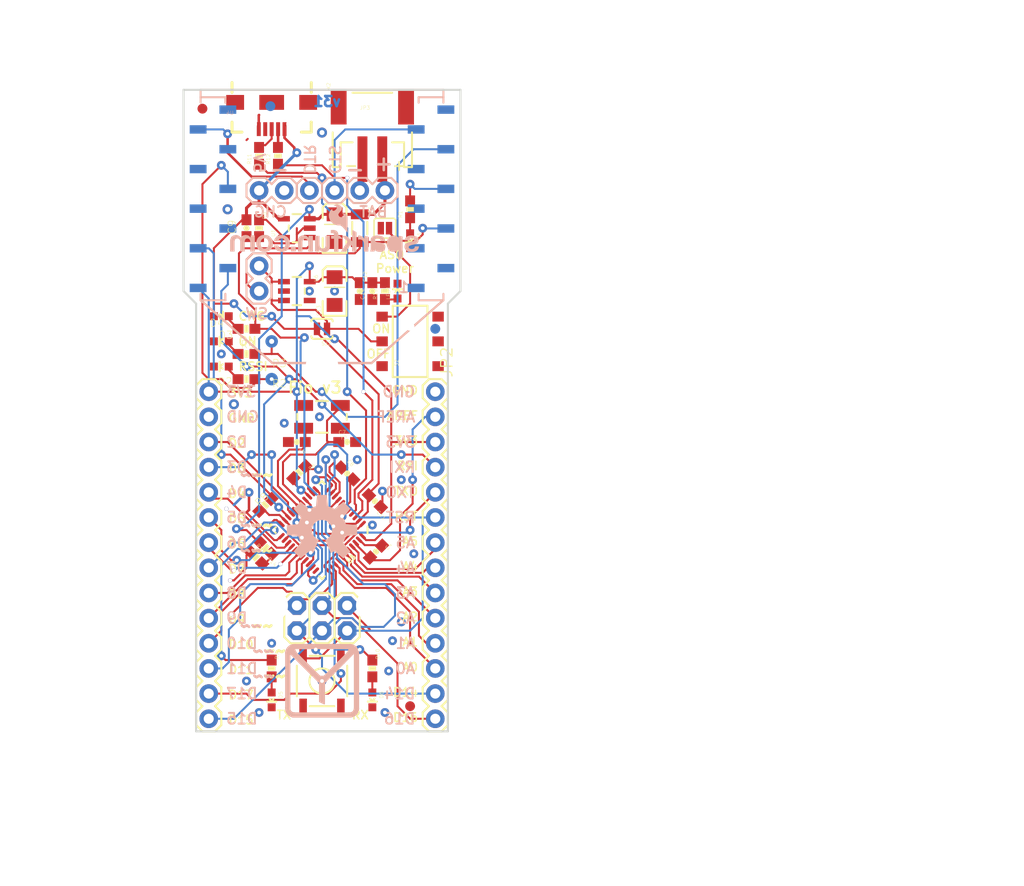
<source format=kicad_pcb>
(kicad_pcb (version 20211014) (generator pcbnew)
  (layers (0 "F.Cu" signal) (31 "B.Cu" signal) (34 "B.Paste" user) (35 "F.Paste" user) (36 "B.SilkS" user "B.Silkscreen") (37 "F.SilkS" user "F.Silkscreen") (38 "B.Mask" user) (39 "F.Mask" user) (44 "Edge.Cuts" user))
  (net 0 "")
  (net 1 "GND")
  (net 2 "RST")
  (net 3 "MOSI")
  (net 4 "SCK")
  (net 5 "MISO")
  (net 6 "RXI")
  (net 7 "TXO")
  (net 8 "D2")
  (net 9 "D3")
  (net 10 "D4")
  (net 11 "D5")
  (net 12 "D6")
  (net 13 "D8")
  (net 14 "D10")
  (net 15 "A0")
  (net 16 "A1")
  (net 17 "A2")
  (net 18 "A3")
  (net 19 "A4")
  (net 20 "A5")
  (net 21 "D7")
  (net 22 "D9")
  (net 23 "N$3")
  (net 24 "N$4")
  (net 25 "N$6")
  (net 26 "N$1")
  (net 27 "AREF")
  (net 28 "N$7")
  (net 29 "VBATT")
  (net 30 "N$9")
  (net 31 "DTR")
  (net 32 "N$13")
  (net 33 "CTS")
  (net 34 "SLEEP_RQ")
  (net 35 "N$11")
  (net 36 "CHARGE_STAT")
  (net 37 "N$8")
  (net 38 "N$15")
  (net 39 "N$16")
  (net 40 "N$17")
  (net 41 "UCAP")
  (net 42 "D-")
  (net 43 "D+")
  (net 44 "D11")
  (net 45 "D17")
  (net 46 "TXLED")
  (net 47 "N$19")
  (net 48 "N$20")
  (net 49 "N$38")
  (net 50 "RAW")
  (net 51 "VBATT_LVL")
  (net 52 "USB_VCC")
  (net 53 "3.3V")
  (net 54 "N$2")
  (net 55 "ASSOCIATE")
  (net 56 "N$5")
  (footprint "boardEagle:0603-RES" (layer "F.Cu") (at 140.8811 96.7486 180)
    (fp_text reference "R9")
    (fp_text value "470" hide)
  )
  (footprint "boardEagle:PTC-1206" (layer "F.Cu") (at 152.3111 86.5886 -90)
    (fp_text reference "F1")
    (fp_text value "PTCSMD")
  )
  (footprint "boardEagle:0603-RES" (layer "F.Cu") (at 157.3911 84.6836 90)
    (fp_text reference "R1")
    (fp_text value "330")
  )
  (footprint "boardEagle:JST-2-SMD" (layer "F.Cu") (at 153.5811 75.9206)
    (fp_text reference "JP3")
    (fp_text value "")
  )
  (footprint "boardEagle:FIDUCIAL-1X2" (layer "F.Cu") (at 157.3911 134.8486)
    (fp_text reference "JP10" hide)
    (fp_text value "FIDUCIALUFIDUCIAL" hide)
  )
  (footprint "boardEagle:FIDUCIAL-1X2" (layer "F.Cu") (at 136.4361 74.5236)
    (fp_text reference "JP11" hide)
    (fp_text value "FIDUCIALUFIDUCIAL" hide)
  )
  (footprint "boardEagle:0603-RES" (layer "F.Cu") (at 141.8611 119.8376 -45)
    (fp_text reference "R15")
    (fp_text value "1k")
  )
  (footprint "boardEagle:0603-RES" (layer "F.Cu") (at 140.8811 99.2886)
    (fp_text reference "R3")
    (fp_text value "330" hide)
  )
  (footprint "boardEagle:0603-RES" (layer "F.Cu") (at 154.8511 92.9386 90)
    (fp_text reference "R13")
    (fp_text value "330")
  )
  (footprint "boardEagle:0603-CAP" (layer "F.Cu") (at 153.9461 119.2436 -135)
    (fp_text reference "C4")
    (fp_text value "0.1uF")
  )
  (footprint "boardEagle:1X14" (layer "F.Cu") (at 137.0711 103.0986 -90)
    (fp_text reference "JP1" hide)
    (fp_text value "M14" hide)
  )
  (footprint "boardEagle:0603-RES" (layer "F.Cu") (at 142.7861 114.5286 45)
    (fp_text reference "R8")
    (fp_text value "100" hide)
  )
  (footprint "boardEagle:0603-RES" (layer "F.Cu") (at 153.5811 131.0386 -90)
    (fp_text reference "R10")
    (fp_text value "330")
  )
  (footprint "boardEagle:CREATIVE_COMMONS" (layer "F.Cu") (at 136.328978 148.8186)
    (fp_text reference "FRAME1" hide)
    (fp_text value "FRAME-LETTER" hide)
  )
  (footprint "boardEagle:STAND-OFF" (layer "F.Cu") (at 148.5011 100.5586)
    (fp_text reference "JP16" hide)
    (fp_text value "STAND-OFF" hide)
  )
  (footprint "boardEagle:CREATIVE_COMMONS" (layer "F.Cu") (at 136.4361 148.8186)
    (fp_text reference "FRAME2" hide)
    (fp_text value "FRAME-LETTER" hide)
  )
  (footprint "boardEagle:0603-CAP" (layer "F.Cu") (at 153.8351 114.1476 135)
    (fp_text reference "C11")
    (fp_text value "1uF")
  )
  (footprint "boardEagle:0603-RES" (layer "F.Cu") (at 142.1511 86.5886 -90)
    (fp_text reference "R5")
    (fp_text value "2K")
  )
  (footprint "boardEagle:0603-RES" (layer "F.Cu") (at 140.8811 101.8286)
    (fp_text reference "R2")
    (fp_text value "330" hide)
  )
  (footprint "boardEagle:2X3" (layer "F.Cu") (at 145.9611 127.2286)
    (fp_text reference "JP4" hide)
    (fp_text value "AVR_SPI" hide)
  )
  (footprint "boardEagle:QFN-44-NOPAD_1_1" (layer "F.Cu") (at 148.5011 117.0686 -135)
    (fp_text reference "U5")
    (fp_text value "ATmega32U4")
  )
  (footprint "boardEagle:FUNNEL_LOGO_BOTTOM_V2" (layer "F.Cu") (at 148.5011 132.3086)
    (fp_text reference "U$6" hide)
    (fp_text value "FIO_LOGOV2" hide)
  )
  (footprint "boardEagle:LED-0603" (layer "F.Cu") (at 153.5811 134.2136 180)
    (fp_text reference "D6")
    (fp_text value "Blue")
  )
  (footprint "boardEagle:0603-CAP" (layer "F.Cu") (at 151.0411 108.1786)
    (fp_text reference "C7")
    (fp_text value "22pF")
  )
  (footprint "boardEagle:SJ_2S" (layer "F.Cu") (at 154.8511 86.5886 180)
    (fp_text reference "SJ1")
    (fp_text value "SOLDERJUMPERNC")
  )
  (footprint "boardEagle:SOT23-5" (layer "F.Cu") (at 145.9611 86.5886 90)
    (fp_text reference "U1")
    (fp_text value "MCP73831")
  )
  (footprint "boardEagle:LED-0603" (layer "F.Cu") (at 138.3411 100.5586 90)
    (fp_text reference "D2")
    (fp_text value "Green" hide)
  )
  (footprint "boardEagle:0603-CAP" (layer "F.Cu") (at 145.9611 108.1786 180)
    (fp_text reference "C5")
    (fp_text value "22pF")
  )
  (footprint "boardEagle:LED-0603" (layer "F.Cu") (at 157.3911 87.8586 180)
    (fp_text reference "D1")
    (fp_text value "Yellow")
  )
  (footprint "boardEagle:CRYSTAL-SMD-5X3" (layer "F.Cu") (at 148.5011 105.6386 180)
    (fp_text reference "Y2")
    (fp_text value "8MHz")
  )
  (footprint "boardEagle:0603-RES" (layer "F.Cu") (at 142.8161 118.8576 135)
    (fp_text reference "R14")
    (fp_text value "1k")
  )
  (footprint "boardEagle:0603-CAP" (layer "F.Cu") (at 152.3111 92.9386 -90)
    (fp_text reference "C12")
    (fp_text value "1uF")
  )
  (footprint "boardEagle:STAND-OFF" (layer "F.Cu") (at 153.5811 124.6886)
    (fp_text reference "JP17" hide)
    (fp_text value "STAND-OFF" hide)
  )
  (footprint "boardEagle:STAND-OFF" (layer "F.Cu") (at 143.4211 124.6886)
    (fp_text reference "JP5" hide)
    (fp_text value "STAND-OFF" hide)
  )
  (footprint "boardEagle:SOT23-5" (layer "F.Cu") (at 145.9611 92.9386 -90)
    (fp_text reference "U6")
    (fp_text value "MIC5219-3.3")
  )
  (footprint "boardEagle:0603-RES" (layer "F.Cu") (at 146.2151 111.2266 -135)
    (fp_text reference "R6")
    (fp_text value "10K")
  )
  (footprint "boardEagle:0603-CAP" (layer "F.Cu") (at 151.0411 111.3536 -45)
    (fp_text reference "C8")
    (fp_text value "1uF")
  )
  (footprint "boardEagle:EIA3216" (layer "F.Cu") (at 149.7711 92.9386 90)
    (fp_text reference "C13")
    (fp_text value "10uF")
  )
  (footprint "boardEagle:TACTILE_SWITCH_SMD" (layer "F.Cu") (at 148.5011 132.3086 -90)
    (fp_text reference "S3")
    (fp_text value "Reset")
  )
  (footprint "boardEagle:REVISION" (layer "F.Cu") (at 148.5011 152.6286)
    (fp_text reference "U$2" hide)
    (fp_text value "REVISION" hide)
  )
  (footprint "boardEagle:0603-RES" (layer "F.Cu") (at 144.0561 79.2861 90)
    (fp_text reference "R12")
    (fp_text value "22")
  )
  (footprint "boardEagle:1X14" (layer "F.Cu") (at 159.9311 103.0986 -90)
    (fp_text reference "JP2")
    (fp_text value "M14")
  )
  (footprint "boardEagle:LED-0603" (layer "F.Cu") (at 143.4211 134.2136 180)
    (fp_text reference "D5")
    (fp_text value "Yellow")
  )
  (footprint "boardEagle:0603-RES" (layer "F.Cu") (at 143.4211 131.0386 -90)
    (fp_text reference "R7")
    (fp_text value "330")
  )
  (footprint "boardEagle:LED-0603" (layer "F.Cu") (at 138.3411 95.4786 -90)
    (fp_text reference "D4")
    (fp_text value "Yellow" hide)
  )
  (footprint "boardEagle:0603-CAP" (layer "F.Cu") (at 153.5811 92.9386 90)
    (fp_text reference "C14")
    (fp_text value "0.1uF")
  )
  (footprint "boardEagle:AYZ0202" (layer "F.Cu") (at 157.3911 98.0186 90)
    (fp_text reference "S2")
    (fp_text value "Power Switch")
  )
  (footprint "boardEagle:USB-B-MICRO-SMD_V03" (layer "F.Cu") (at 143.4211 73.8886 -90)
    (fp_text reference "X2")
    (fp_text value "USB_MICROB_PLUGCONN-11752")
  )
  (footprint "boardEagle:0603-RES" (layer "F.Cu") (at 142.1511 79.2861 90)
    (fp_text reference "R11")
    (fp_text value "22")
  )
  (footprint "boardEagle:LED-0603" (layer "F.Cu") (at 156.1211 92.9386)
    (fp_text reference "LED1")
    (fp_text value "Red")
  )
  (footprint "boardEagle:LED-0603" (layer "F.Cu") (at 138.3411 98.0186 90)
    (fp_text reference "D3")
    (fp_text value "Red" hide)
  )
  (footprint "boardEagle:0603-CAP" (layer "F.Cu") (at 140.8811 86.5886 -90)
    (fp_text reference "C9")
    (fp_text value "4.7uF" hide)
  )
  (footprint "boardEagle:SJ_2S-TRACE" (layer "F.Cu") (at 148.5011 96.7486 180)
    (fp_text reference "SJ2")
    (fp_text value "USB Power")
  )
  (footprint "boardEagle:EIA3216" (layer "F.Cu") (at 149.7711 86.5886 90)
    (fp_text reference "C1")
    (fp_text value "10uF")
  )
  (footprint "boardEagle:OSHW-LOGO-L" (layer "B.Cu") (at 148.5011 117.0686 180)
    (fp_text reference "LOGO1" hide)
    (fp_text value "OSHW-LOGOL" hide)
  )
  (footprint "boardEagle:XBEE-SMD" (layer "B.Cu") (at 148.5011 72.6186)
    (fp_text reference "U4")
    (fp_text value "XBEE")
  )
  (footprint "boardEagle:PAD.03X.05" (layer "B.Cu") (at 143.4211 98.0186 180)
    (fp_text reference "TP2" hide)
    (fp_text value "ON" hide)
  )
  (footprint "boardEagle:1X02" (layer "B.Cu") (at 142.1511 90.3986 -90)
    (fp_text reference "JP7" hide)
    (fp_text value "External Switch")
  )
  (footprint "boardEagle:1X01" (layer "B.Cu") (at 147.2311 82.7786 180)
    (fp_text reference "JP9" hide)
    (fp_text value "")
  )
  (footprint "boardEagle:PAD.03X.05" (layer "B.Cu") (at 143.4211 101.8286 180)
    (fp_text reference "TP1" hide)
    (fp_text value "RSSI" hide)
  )
  (footprint "boardEagle:1X02" (layer "B.Cu") (at 152.3111 82.7786)
    (fp_text reference "JP14" hide)
    (fp_text value "External Power")
  )
  (footprint "boardEagle:1X02" (layer "B.Cu") (at 144.6911 82.7786 180)
    (fp_text reference "JP6" hide)
    (fp_text value "External Charge")
  )
  (footprint "boardEagle:FIDUCIAL-1X2" (layer "B.Cu") (at 159.9311 96.7486 180)
    (fp_text reference "JP13" hide)
    (fp_text value "FIDUCIALUFIDUCIAL" hide)
  )
  (footprint "boardEagle:FIDUCIAL-1X2" (layer "B.Cu") (at 143.2941 74.2696 180)
    (fp_text reference "JP12" hide)
    (fp_text value "FIDUCIALUFIDUCIAL" hide)
  )
  (footprint "boardEagle:1X01" (layer "B.Cu") (at 149.7711 82.7786 180)
    (fp_text reference "JP8" hide)
    (fp_text value "")
  )
  (footprint "boardEagle:SFE-NEW-WEBLOGO" (layer "B.Cu") (at 158.2801 89.8906 180)
    (fp_text reference "U$1" hide)
    (fp_text value "LOGO-SFENEW" hide)
  )
  (gr_line (start 160.7011 93.8886) (end 153.5011 100.1886) (layer "B.SilkS") (width 0.2032))
  (gr_line (start 136.3011 93.8886) (end 143.5011 100.1886) (layer "B.SilkS") (width 0.2032))
  (gr_line (start 143.5011 100.1886) (end 153.5011 100.1886) (layer "B.SilkS") (width 0.2032))
  (gr_line (start 134.5311 92.9386) (end 134.5311 72.6186) (layer "Edge.Cuts") (width 0.2032))
  (gr_line (start 134.5311 72.6186) (end 162.4711 72.6186) (layer "Edge.Cuts") (width 0.2032))
  (gr_line (start 161.2011 94.2086) (end 161.2011 137.3886) (layer "Edge.Cuts") (width 0.2032))
  (gr_line (start 161.2011 137.3886) (end 135.8011 137.3886) (layer "Edge.Cuts") (width 0.2032))
  (gr_line (start 161.2011 94.2086) (end 162.4711 92.9386) (layer "Edge.Cuts") (width 0.2032))
  (gr_line (start 162.4711 92.9386) (end 162.4711 72.6186) (layer "Edge.Cuts") (width 0.2032))
  (gr_line (start 135.8011 94.2086) (end 134.5311 92.9386) (layer "Edge.Cuts") (width 0.2032))
  (gr_line (start 135.8011 137.3886) (end 135.8011 94.2086) (layer "Edge.Cuts") (width 0.2032))
  (gr_text "v31" (at 150.5331 74.3966) (layer "B.Cu") (effects (font (size 1.016 1.016) (thickness 0.254)) (justify left bottom mirror)))
  (gr_text "D2" (at 138.7221 107.5436) (layer "B.SilkS") (effects (font (size 1.0795 1.0795) (thickness 0.1905)) (justify right top mirror)))
  (gr_text "~~" (at 143.8021 132.6896) (layer "B.SilkS") (effects (font (size 1.5113 1.5113) (thickness 0.2667)) (justify left bottom mirror)))
  (gr_text "D6" (at 138.7221 117.7036) (layer "B.SilkS") (effects (font (size 1.0795 1.0795) (thickness 0.1905)) (justify right top mirror)))
  (gr_text "GND" (at 138.7221 105.0036) (layer "B.SilkS") (effects (font (size 1.0795 1.0795) (thickness 0.1905)) (justify right top mirror)))
  (gr_text "AREF" (at 158.0261 106.2736) (layer "B.SilkS") (effects (font (size 1.0795 1.0795) (thickness 0.1905)) (justify left bottom mirror)))
  (gr_text "~~" (at 142.5321 117.4496) (layer "B.SilkS") (effects (font (size 1.5113 1.5113) (thickness 0.2667)) (justify left bottom mirror)))
  (gr_text "D16" (at 158.0261 136.7536) (layer "B.SilkS") (effects (font (size 1.0795 1.0795) (thickness 0.1905)) (justify left bottom mirror)))
  (gr_text "D11" (at 138.7221 130.4036) (layer "B.SilkS") (effects (font (size 1.0795 1.0795) (thickness 0.1905)) (justify right top mirror)))
  (gr_text "D8" (at 138.7221 122.7836) (layer "B.SilkS") (effects (font (size 1.0795 1.0795) (thickness 0.1905)) (justify right top mirror)))
  (gr_text "D7" (at 138.7221 120.2436) (layer "B.SilkS") (effects (font (size 1.0795 1.0795) (thickness 0.1905)) (justify right top mirror)))
  (gr_text "D10" (at 138.7221 127.8636) (layer "B.SilkS") (effects (font (size 1.0795 1.0795) (thickness 0.1905)) (justify right top mirror)))
  (gr_text "RST" (at 158.0261 116.4336) (layer "B.SilkS") (effects (font (size 1.0795 1.0795) (thickness 0.1905)) (justify left bottom mirror)))
  (gr_text "1" (at 157.3911 93.1926) (layer "B.SilkS") (effects (font (size 1.0795 1.0795) (thickness 0.1905)) (justify left bottom mirror)))
  (gr_text "~~" (at 143.8021 130.1496) (layer "B.SilkS") (effects (font (size 1.5113 1.5113) (thickness 0.2667)) (justify left bottom mirror)))
  (gr_text "A1" (at 158.0261 129.1336) (layer "B.SilkS") (effects (font (size 1.0795 1.0795) (thickness 0.1905)) (justify left bottom mirror)))
  (gr_text "DTR" (at 146.5961 81.2546 -90) (layer "B.SilkS") (effects (font (size 1.0795 1.0795) (thickness 0.1905)) (justify left bottom mirror)))
  (gr_text "A4" (at 158.0261 121.5136) (layer "B.SilkS") (effects (font (size 1.0795 1.0795) (thickness 0.1905)) (justify left bottom mirror)))
  (gr_text "5V" (at 141.5161 81.1276 -90) (layer "B.SilkS") (effects (font (size 1.0795 1.0795) (thickness 0.1905)) (justify left bottom mirror)))
  (gr_text "3V3" (at 138.7221 102.4636) (layer "B.SilkS") (effects (font (size 1.0795 1.0795) (thickness 0.1905)) (justify right top mirror)))
  (gr_text "~~" (at 142.5321 112.3696) (layer "B.SilkS") (effects (font (size 1.5113 1.5113) (thickness 0.2667)) (justify left bottom mirror)))
  (gr_text "A3" (at 158.0261 124.0536) (layer "B.SilkS") (effects (font (size 1.0795 1.0795) (thickness 0.1905)) (justify left bottom mirror)))
  (gr_text "RXI" (at 158.0261 111.3536) (layer "B.SilkS") (effects (font (size 1.0795 1.0795) (thickness 0.1905)) (justify left bottom mirror)))
  (gr_text "TXO" (at 158.0261 113.8936) (layer "B.SilkS") (effects (font (size 1.0795 1.0795) (thickness 0.1905)) (justify left bottom mirror)))
  (gr_text "-" (at 145.3261 81.5086) (layer "B.SilkS") (effects (font (size 1.5113 1.5113) (thickness 0.2667)) (justify left bottom mirror)))
  (gr_text "D5" (at 138.7221 115.1636) (layer "B.SilkS") (effects (font (size 1.0795 1.0795) (thickness 0.1905)) (justify right top mirror)))
  (gr_text "D3" (at 138.7221 110.0836) (layer "B.SilkS") (effects (font (size 1.0795 1.0795) (thickness 0.1905)) (justify right top mirror)))
  (gr_text "D14" (at 158.0261 134.2136) (layer "B.SilkS") (effects (font (size 1.0795 1.0795) (thickness 0.1905)) (justify left bottom mirror)))
  (gr_text "A0" (at 158.0261 131.6736) (layer "B.SilkS") (effects (font (size 1.0795 1.0795) (thickness 0.1905)) (justify left bottom mirror)))
  (gr_text "A2" (at 158.0261 126.5936) (layer "B.SilkS") (effects (font (size 1.0795 1.0795) (thickness 0.1905)) (justify left bottom mirror)))
  (gr_text "~~" (at 142.5321 119.9896) (layer "B.SilkS") (effects (font (size 1.5113 1.5113) (thickness 0.2667)) (justify left bottom mirror)))
  (gr_text "D15" (at 138.7221 135.4836) (layer "B.SilkS") (effects (font (size 1.0795 1.0795) (thickness 0.1905)) (justify right top mirror)))
  (gr_text "GND" (at 158.0261 103.7336) (layer "B.SilkS") (effects (font (size 1.0795 1.0795) (thickness 0.1905)) (justify left bottom mirror)))
  (gr_text "D9" (at 138.7221 125.3236) (layer "B.SilkS") (effects (font (size 1.0795 1.0795) (thickness 0.1905)) (justify right top mirror)))
  (gr_text "CTS" (at 149.1361 81.2546 -90) (layer "B.SilkS") (effects (font (size 1.0795 1.0795) (thickness 0.1905)) (justify left bottom mirror)))
  (gr_text "-" (at 152.9461 81.5086) (layer "B.SilkS") (effects (font (size 1.5113 1.5113) (thickness 0.2667)) (justify left bottom mirror)))
  (gr_text "BAT" (at 155.2321 85.5726) (layer "B.SilkS") (effects (font (size 1.0795 1.0795) (thickness 0.1905)) (justify left bottom mirror)))
  (gr_text "D4" (at 138.7221 112.6236) (layer "B.SilkS") (effects (font (size 1.0795 1.0795) (thickness 0.1905)) (justify right top mirror)))
  (gr_text "+" (at 153.9621 81.2546 -90) (layer "B.SilkS") (effects (font (size 1.5113 1.5113) (thickness 0.2667)) (justify left bottom mirror)))
  (gr_text "A5" (at 158.0261 118.9736) (layer "B.SilkS") (effects (font (size 1.0795 1.0795) (thickness 0.1905)) (justify left bottom mirror)))
  (gr_text "~~" (at 142.5321 127.6096) (layer "B.SilkS") (effects (font (size 1.5113 1.5113) (thickness 0.2667)) (justify left bottom mirror)))
  (gr_text "SW" (at 143.1671 95.8596) (layer "B.SilkS") (effects (font (size 1.0795 1.0795) (thickness 0.1905)) (justify left bottom mirror)))
  (gr_text "3V3" (at 158.0261 108.8136) (layer "B.SilkS") (effects (font (size 1.0795 1.0795) (thickness 0.1905)) (justify left bottom mirror)))
  (gr_text "CHG" (at 145.0721 85.5726) (layer "B.SilkS") (effects (font (size 1.0795 1.0795) (thickness 0.1905)) (justify left bottom mirror)))
  (gr_text "D17" (at 138.7221 132.9436) (layer "B.SilkS") (effects (font (size 1.0795 1.0795) (thickness 0.1905)) (justify right top mirror)))
  (gr_text "OFF" (at 155.4861 98.7806) (layer "F.SilkS") (effects (font (size 0.8636 0.8636) (thickness 0.1524)) (justify right top)))
  (gr_text "-" (at 150.6601 80.8736) (layer "F.SilkS") (effects (font (size 1.0795 1.0795) (thickness 0.1905)) (justify left bottom)))
  (gr_text "A5" (at 158.2801 117.7036) (layer "F.SilkS") (effects (font (size 0.8636 0.8636) (thickness 0.1524)) (justify right top)))
  (gr_text "RXI" (at 158.2801 110.0836) (layer "F.SilkS") (effects (font (size 0.8636 0.8636) (thickness 0.1524)) (justify right top)))
  (gr_text "AREF" (at 158.2801 105.0036) (layer "F.SilkS") (effects (font (size 0.8636 0.8636) (thickness 0.1524)) (justify right top)))
  (gr_text "D16" (at 158.2801 135.4836) (layer "F.SilkS") (effects (font (size 0.8636 0.8636) (thickness 0.1524)) (justify right top)))
  (gr_text "A4" (at 158.2801 120.2436) (layer "F.SilkS") (effects (font (size 0.8636 0.8636) (thickness 0.1524)) (justify right top)))
  (gr_text "ON" (at 139.9921 98.5266) (layer "F.SilkS") (effects (font (size 0.8636 0.8636) (thickness 0.1524)) (justify left bottom)))
  (gr_text "TXO" (at 158.2801 112.6236) (layer "F.SilkS") (effects (font (size 0.8636 0.8636) (thickness 0.1524)) (justify right top)))
  (gr_text "ON" (at 155.4861 96.2406) (layer "F.SilkS") (effects (font (size 0.8636 0.8636) (thickness 0.1524)) (justify right top)))
  (gr_text "D2" (at 138.9761 108.8136) (layer "F.SilkS") (effects (font (size 0.8636 0.8636) (thickness 0.1524)) (justify left bottom)))
  (gr_text "~~" (at 142.5321 130.1496) (layer "F.SilkS") (effects (font (size 1.5113 1.5113) (thickness 0.2667)) (justify left bottom)))
  (gr_text "~~" (at 141.2621 117.4496) (layer "F.SilkS") (effects (font (size 1.5113 1.5113) (thickness 0.2667)) (justify left bottom)))
  (gr_text "A3" (at 158.2801 122.7836) (layer "F.SilkS") (effects (font (size 0.8636 0.8636) (thickness 0.1524)) (justify right top)))
  (gr_text "D17" (at 138.9761 134.2136) (layer "F.SilkS") (effects (font (size 0.8636 0.8636) (thickness 0.1524)) (justify left bottom)))
  (gr_text "+" (at 155.4861 80.8736) (layer "F.SilkS") (effects (font (size 1.0795 1.0795) (thickness 0.1905)) (justify left bottom)))
  (gr_text "D14" (at 158.2801 132.9436) (layer "F.SilkS") (effects (font (size 0.8636 0.8636) (thickness 0.1524)) (justify right top)))
  (gr_text "RSSI" (at 139.9921 101.0666) (layer "F.SilkS") (effects (font (size 0.8636 0.8636) (thickness 0.1524)) (justify left bottom)))
  (gr_text "~~" (at 141.2621 112.3696) (layer "F.SilkS") (effects (font (size 1.5113 1.5113) (thickness 0.2667)) (justify left bottom)))
  (gr_text "D3" (at 138.9761 111.3536) (layer "F.SilkS") (effects (font (size 0.8636 0.8636) (thickness 0.1524)) (justify left bottom)))
  (gr_text "~~" (at 141.2621 127.6096) (layer "F.SilkS") (effects (font (size 1.5113 1.5113) (thickness 0.2667)) (justify left bottom)))
  (gr_text "A0" (at 158.2801 130.4036) (layer "F.SilkS") (effects (font (size 0.8636 0.8636) (thickness 0.1524)) (justify right top)))
  (gr_text "D10" (at 138.9761 129.1336) (layer "F.SilkS") (effects (font (size 0.8636 0.8636) (thickness 0.1524)) (justify left bottom)))
  (gr_text "RX" (at 151.4221 136.2456) (layer "F.SilkS") (effects (font (size 0.8636 0.8636) (thickness 0.1524)) (justify left bottom)))
  (gr_text "D4" (at 138.9761 113.8936) (layer "F.SilkS") (effects (font (size 0.8636 0.8636) (thickness 0.1524)) (justify left bottom)))
  (gr_text "D6" (at 138.9761 118.9736) (layer "F.SilkS") (effects (font (size 0.8636 0.8636) (thickness 0.1524)) (justify left bottom)))
  (gr_text "A1" (at 158.2801 127.8636) (layer "F.SilkS") (effects (font (size 0.8636 0.8636) (thickness 0.1524)) (justify right top)))
  (gr_text "GND" (at 138.9761 106.2736) (layer "F.SilkS") (effects (font (size 0.8636 0.8636) (thickness 0.1524)) (justify left bottom)))
  (gr_text "D5" (at 138.9761 116.4336) (layer "F.SilkS") (effects (font (size 0.8636 0.8636) (thickness 0.1524)) (justify left bottom)))
  (gr_text "3V3" (at 138.9761 103.7336) (layer "F.SilkS") (effects (font (size 0.8636 0.8636) (thickness 0.1524)) (justify left bottom)))
  (gr_text "3V3" (at 158.2801 107.5436) (layer "F.SilkS") (effects (font (size 0.8636 0.8636) (thickness 0.1524)) (justify right top)))
  (gr_text "~~" (at 141.2621 119.9896) (layer "F.SilkS") (effects (font (size 1.5113 1.5113) (thickness 0.2667)) (justify left bottom)))
  (gr_text "D9" (at 138.9761 126.5936) (layer "F.SilkS") (effects (font (size 0.8636 0.8636) (thickness 0.1524)) (justify left bottom)))
  (gr_text "Fio v3" (at 144.9451 103.3526) (layer "F.SilkS") (effects (font (size 1.14427 1.14427) (thickness 0.20193)) (justify left bottom)))
  (gr_text "~~" (at 142.5321 132.6896) (layer "F.SilkS") (effects (font (size 1.5113 1.5113) (thickness 0.2667)) (justify left bottom)))
  (gr_text "TX" (at 143.8021 136.2456) (layer "F.SilkS") (effects (font (size 0.8636 0.8636) (thickness 0.1524)) (justify left bottom)))
  (gr_text "D11" (at 138.9761 131.6736) (layer "F.SilkS") (effects (font (size 0.8636 0.8636) (thickness 0.1524)) (justify left bottom)))
  (gr_text "GND" (at 158.2801 102.4636) (layer "F.SilkS") (effects (font (size 0.8636 0.8636) (thickness 0.1524)) (justify right top)))
  (gr_text "Power" (at 153.8351 91.1606) (layer "F.SilkS") (effects (font (size 0.8636 0.8636) (thickness 0.1524)) (justify left bottom)))
  (gr_text "A2" (at 158.2801 125.3236) (layer "F.SilkS") (effects (font (size 0.8636 0.8636) (thickness 0.1524)) (justify right top)))
  (gr_text "D7" (at 138.9761 121.5136) (layer "F.SilkS") (effects (font (size 0.8636 0.8636) (thickness 0.1524)) (justify left bottom)))
  (gr_text "CHG" (at 139.9921 95.9866) (layer "F.SilkS") (effects (font (size 0.8636 0.8636) (thickness 0.1524)) (justify left bottom)))
  (gr_text "D15" (at 138.9761 136.7536) (layer "F.SilkS") (effects (font (size 0.8636 0.8636) (thickness 0.1524)) (justify left bottom)))
  (gr_text "ASO" (at 154.2161 89.7636) (layer "F.SilkS") (effects (font (size 0.8636 0.8636) (thickness 0.1524)) (justify left bottom)))
  (gr_text "RST" (at 158.2801 115.1636) (layer "F.SilkS") (effects (font (size 0.8636 0.8636) (thickness 0.1524)) (justify right top)))
  (gr_text "D8" (at 138.9761 124.0536) (layer "F.SilkS") (effects (font (size 0.8636 0.8636) (thickness 0.1524)) (justify left bottom)))
  (segment (start 140.8811 119.6086) (end 140.8811 120.8786) (width 0.2032) (layer "F.Cu") (net 1))
  (segment (start 145.9611 86.5886) (end 145.9611 87.8586) (width 0.2032) (layer "F.Cu") (net 1))
  (segment (start 141.260056 119.23656) (end 141.25314 119.23656) (width 0.2032) (layer "F.Cu") (net 1))
  (segment (start 143.6751 118.0846) (end 140.8811 115.2906) (width 0.2032) (layer "F.Cu") (net 1))
  (segment (start 142.1211 76.5886) (end 142.1211 75.1886) (width 0.254) (layer "F.Cu") (net 1))
  (segment (start 141.260056 119.23656) (end 141.260056 118.717557) (width 0.2032) (layer "F.Cu") (net 1))
  (segment (start 143.6751 88.1126) (end 145.7071 88.1126) (width 0.2032) (layer "F.Cu") (net 1))
  (segment (start 142.1211 75.1886) (end 142.1511 75.1586) (width 0.254) (layer "F.Cu") (net 1))
  (segment (start 144.5641 122.9106) (end 144.9451 123.2916) (width 0.2032) (layer "F.Cu") (net 1))
  (segment (start 139.6111 122.1486) (end 140.8811 120.8786) (width 0.2032) (layer "F.Cu") (net 1))
  (segment (start 152.270037 118.043538) (end 152.8191 118.5926) (width 0.2032) (layer "F.Cu") (net 1))
  (segment (start 147.3581 114.541279) (end 147.3581 114.9096) (width 0.2032) (layer "F.Cu") (net 1))
  (segment (start 154.497181 118.5926) (end 154.54714 118.64256) (width 0.2032) (layer "F.Cu") (net 1))
  (segment (start 144.9451 123.2916) (end 145.4531 123.2916) (width 0.2032) (layer "F.Cu") (net 1))
  (segment (start 143.9495 118.0846) (end 143.6751 118.0846) (width 0.2032) (layer "F.Cu") (net 1))
  (segment (start 149.476034 120.812191) (end 149.8981 121.234257) (width 0.2032) (layer "F.Cu") (net 1))
  (segment (start 146.5961 86.5886) (end 145.9611 87.2236) (width 0.2032) (layer "F.Cu") (net 1))
  (segment (start 141.0081 77.5716) (end 140.8811 77.6986) (width 0.2032) (layer "F.Cu") (net 1))
  (segment (start 142.1511 87.4386) (end 143.0011 87.4386) (width 0.2032) (layer "F.Cu") (net 1))
  (segment (start 151.213912 115.062894) (end 150.605206 115.6716) (width 0.2032) (layer "F.Cu") (net 1))
  (segment (start 149.8981 123.6726) (end 149.8981 121.234257) (width 0.2032) (layer "F.Cu") (net 1))
  (segment (start 144.344118 117.689982) (end 143.9495 118.0846) (width 0.2032) (layer "F.Cu") (net 1))
  (segment (start 143.0011 87.4386) (end 143.6751 88.1126) (width 0.2032) (layer "F.Cu") (net 1))
  (segment (start 154.5971 113.1316) (end 154.5971 114.587685) (width 0.2032) (layer "F.Cu") (net 1))
  (segment (start 141.1351 113.2586) (end 141.1351 115.0366) (width 0.254) (layer "F.Cu") (net 1))
  (segment (start 142.0241 122.9106) (end 139.3571 125.5776) (width 0.2032) (layer "F.Cu") (net 1))
  (segment (start 150.605206 115.6716) (end 150.5331 115.6716) (width 0.2032) (layer "F.Cu") (net 1))
  (segment (start 151.0411 124.8156) (end 151.0411 124.6886) (width 0.2032) (layer "F.Cu") (net 1))
  (segment (start 154.5971 114.587685) (end 154.43614 114.748644) (width 0.2032) (layer "F.Cu") (net 1))
  (segment (start 152.244687 118.043538) (end 152.270037 118.043538) (width 0.2032) (layer "F.Cu") (net 1))
  (segment (start 153.3271 127.1016) (end 151.0411 124.8156) (width 0.2032) (layer "F.Cu") (net 1))
  (segment (start 144.403956 117.689982) (end 144.344118 117.689982) (width 0.2032) (layer "F.Cu") (net 1))
  (segment (start 141.25314 119.23656) (end 140.8811 119.6086) (width 0.2032) (layer "F.Cu") (net 1))
  (segment (start 147.3581 114.541279) (end 146.834 114.017179) (width 0.2032) (layer "F.Cu") (net 1))
  (segment (start 147.2612 86.5886) (end 146.5961 86.5886) (width 0.2032) (layer "F.Cu") (net 1))
  (segment (start 144.5641 122.9106) (end 142.0241 122.9106) (width 0.2032) (layer "F.Cu") (net 1))
  (segment (start 139.2301 122.1486) (end 139.6111 122.1486) (width 0.2032) (layer "F.Cu") (net 1))
  (segment (start 141.1351 115.0366) (end 140.8811 115.2906) (width 0.254) (layer "F.Cu") (net 1))
  (segment (start 147.3581 114.9096) (end 147.2311 115.0366) (width 0.2032) (layer "F.Cu") (net 1))
  (segment (start 145.7071 88.1126) (end 145.9611 87.8586) (width 0.2032) (layer "F.Cu") (net 1))
  (segment (start 154.6011 118.5886) (end 154.54714 118.64256) (width 0.2032) (layer "F.Cu") (net 1))
  (segment (start 152.8191 118.5926) (end 154.497181 118.5926) (width 0.2032) (layer "F.Cu") (net 1))
  (segment (start 154.4701 114.714685) (end 154.43614 114.748644) (width 0.2032) (layer "F.Cu") (net 1))
  (via (at 148.5011 76.9366) (size 1.016) (drill 0.508) (layers "F.Cu" "B.Cu") (net 1))
  (via (at 139.3571 125.5776) (size 0.4064) (drill 0.381) (layers "F.Cu" "B.Cu") (net 1))
  (via (at 156.5021 126.3396) (size 0.889) (drill 0.381) (layers "F.Cu" "B.Cu") (net 1))
  (via (at 144.6911 106.2736) (size 0.889) (drill 0.381) (layers "F.Cu" "B.Cu") (net 1))
  (via (at 147.2311 92.9386) (size 0.889) (drill 0.381) (layers "F.Cu" "B.Cu") (net 1))
  (via (at 152.0571 109.9566) (size 0.889) (drill 0.381) (layers "F.Cu" "B.Cu") (net 1))
  (via (at 149.7711 92.9386) (size 0.889) (drill 0.381) (layers "F.Cu" "B.Cu") (net 1))
  (via (at 148.2471 105.6386) (size 0.889) (drill 0.381) (layers "F.Cu" "B.Cu") (net 1))
  (via (at 148.5011 132.3086) (size 0.889) (drill 0.381) (layers "F.Cu" "B.Cu") (net 1))
  (via (at 155.6131 128.2446) (size 0.889) (drill 0.381) (layers "F.Cu" "B.Cu") (net 1))
  (via (at 156.5021 111.9886) (size 0.889) (drill 0.381) (layers "F.Cu" "B.Cu") (net 1))
  (via (at 150.5331 115.6716) (size 0.889) (drill 0.381) (layers "F.Cu" "B.Cu") (net 1))
  (via (at 139.6111 104.3686) (size 1.016) (drill 0.508) (layers "F.Cu" "B.Cu") (net 1))
  (via (at 140.8811 132.3086) (size 0.889) (drill 0.381) (layers "F.Cu" "B.Cu") (net 1))
  (via (at 157.7641 119.4626) (size 0.889) (drill 0.381) (layers "F.Cu" "B.Cu") (net 1))
  (via (at 138.9761 84.6836) (size 1.016) (drill 0.508) (layers "F.Cu" "B.Cu") (net 1))
  (via (at 153.5811 116.5606) (size 0.889) (drill 0.381) (layers "F.Cu" "B.Cu") (net 1))
  (via (at 154.5971 113.1316) (size 0.889) (drill 0.381) (layers "F.Cu" "B.Cu") (net 1))
  (via (at 139.2301 122.1486) (size 0.4064) (drill 0.381) (layers "F.Cu" "B.Cu") (net 1))
  (via (at 143.4211 128.4986) (size 0.889) (drill 0.381) (layers "F.Cu" "B.Cu") (net 1))
  (via (at 147.2311 115.0366) (size 0.889) (drill 0.381) (layers "F.Cu" "B.Cu") (net 1))
  (via (at 142.1511 135.4836) (size 0.889) (drill 0.381) (layers "F.Cu" "B.Cu") (net 1))
  (via (at 154.8511 135.4836) (size 0.889) (drill 0.381) (layers "F.Cu" "B.Cu") (net 1))
  (via (at 141.1351 113.2586) (size 0.889) (drill 0.381) (layers "F.Cu" "B.Cu") (net 1))
  (via (at 155.2321 131.2926) (size 0.889) (drill 0.381) (layers "F.Cu" "B.Cu") (net 1))
  (via (at 138.3411 99.2886) (size 0.889) (drill 0.381) (layers "F.Cu" "B.Cu") (net 1))
  (via (at 138.8491 114.9096) (size 0.4064) (drill 0.381) (layers "F.Cu" "B.Cu") (net 1))
  (segment (start 140.8811 113.2586) (end 139.6111 114.5286) (width 0.254) (layer "B.Cu") (net 1))
  (segment (start 141.1351 113.2586) (end 140.8811 113.2586) (width 0.254) (layer "B.Cu") (net 1))
  (segment (start 148.111818 110.913519) (end 148.1455 110.9472) (width 0.2032) (layer "F.Cu") (net 2))
  (segment (start 147.1041 110.913519) (end 147.1041 110.8456) (width 0.2032) (layer "F.Cu") (net 2))
  (segment (start 147.526162 113.325013) (end 147.1041 112.90295) (width 0.2032) (layer "F.Cu") (net 2))
  (segment (start 147.1041 112.90295) (end 147.1041 110.913519) (width 0.2032) (layer "F.Cu") (net 2))
  (segment (start 147.1041 110.913519) (end 148.111818 110.913519) (width 0.2032) (layer "F.Cu") (net 2))
  (segment (start 146.8501 130.0226) (end 146.5961 129.7686) (width 0.254) (layer "F.Cu") (net 2))
  (segment (start 148.2471 130.0226) (end 151.0411 127.2286) (width 0.2032) (layer "F.Cu") (net 2))
  (segment (start 147.1041 110.913519) (end 146.81614 110.62556) (width 0.2032) (layer "F.Cu") (net 2))
  (segment (start 146.8501 130.0226) (end 148.2471 130.0226) (width 0.2032) (layer "F.Cu") (net 2))
  (via (at 148.1455 110.9472) (size 0.889) (drill 0.381) (layers "F.Cu" "B.Cu") (net 2))
  (segment (start 151.0411 127.2286) (end 157.3911 127.2286) (width 0.2032) (layer "B.Cu") (net 2))
  (segment (start 150.0251 108.4326) (end 149.0091 108.4326) (width 0.2032) (layer "B.Cu") (net 2))
  (segment (start 158.6611 115.7986) (end 152.3111 115.7986) (width 0.2032) (layer "B.Cu") (net 2))
  (segment (start 151.0411 109.4486) (end 150.0251 108.4326) (width 0.2032) (layer "B.Cu") (net 2))
  (segment (start 149.0091 108.4326) (end 148.1201 109.3216) (width 0.2032) (layer "B.Cu") (net 2))
  (segment (start 158.6611 125.9586) (end 158.6611 115.7986) (width 0.2032) (layer "B.Cu") (net 2))
  (segment (start 148.1201 110.9218) (end 148.1455 110.9472) (width 0.2032) (layer "B.Cu") (net 2))
  (segment (start 158.6611 115.7986) (end 159.9311 115.7986) (width 0.2032) (layer "B.Cu") (net 2))
  (segment (start 148.1201 109.3216) (end 148.1201 110.9218) (width 0.2032) (layer "B.Cu") (net 2))
  (segment (start 152.3111 115.7986) (end 151.0411 114.5286) (width 0.2032) (layer "B.Cu") (net 2))
  (segment (start 157.3911 127.2286) (end 158.6611 125.9586) (width 0.2032) (layer "B.Cu") (net 2))
  (segment (start 151.0411 114.5286) (end 151.0411 109.4486) (width 0.2032) (layer "B.Cu") (net 2))
  (segment (start 149.476034 113.325013) (end 149.8981 112.902947) (width 0.2032) (layer "F.Cu") (net 3))
  (segment (start 149.8981 112.902947) (end 149.8981 112.3696) (width 0.2032) (layer "F.Cu") (net 3))
  (segment (start 148.8821 109.9566) (end 148.8821 111.3536) (width 0.2032) (layer "F.Cu") (net 3))
  (segment (start 156.1211 130.5306) (end 151.5491 125.9586) (width 0.2032) (layer "F.Cu") (net 3))
  (segment (start 151.5491 125.9586) (end 149.7711 125.9586) (width 0.2032) (layer "F.Cu") (net 3))
  (segment (start 149.7711 125.9586) (end 148.5011 124.6886) (width 0.2032) (layer "F.Cu") (net 3))
  (segment (start 157.3911 136.1186) (end 156.1211 134.8486) (width 0.2032) (layer "F.Cu") (net 3))
  (segment (start 148.8821 111.3536) (end 149.8981 112.3696) (width 0.2032) (layer "F.Cu") (net 3))
  (segment (start 156.1211 134.8486) (end 156.1211 130.5306) (width 0.2032) (layer "F.Cu") (net 3))
  (segment (start 157.3911 136.1186) (end 159.9311 136.1186) (width 0.2032) (layer "F.Cu") (net 3))
  (via (at 148.8821 109.9566) (size 0.889) (drill 0.381) (layers "F.Cu" "B.Cu") (net 3))
  (segment (start 148.5011 117.5766) (end 148.5011 115.9256) (width 0.2032) (layer "B.Cu") (net 3))
  (segment (start 148.5011 124.6886) (end 149.2631 123.9266) (width 0.2032) (layer "B.Cu") (net 3))
  (segment (start 149.2631 118.3386) (end 148.5011 117.5766) (width 0.2032) (layer "B.Cu") (net 3))
  (segment (start 148.8821 115.5446) (end 148.8821 109.9566) (width 0.2032) (layer "B.Cu") (net 3))
  (segment (start 148.5011 115.9256) (end 148.8821 115.5446) (width 0.2032) (layer "B.Cu") (net 3))
  (segment (start 149.2631 123.9266) (end 149.2631 118.3386) (width 0.2032) (layer "B.Cu") (net 3))
  (segment (start 149.7711 109.4486) (end 149.7711 110.2106) (width 0.2032) (layer "F.Cu") (net 4))
  (segment (start 149.2631 111.2266) (end 150.2791 112.2426) (width 0.2032) (layer "F.Cu") (net 4))
  (segment (start 149.81464 113.663622) (end 150.2791 113.199163) (width 0.2032) (layer "F.Cu") (net 4))
  (segment (start 149.7711 110.2106) (end 149.2631 110.7186) (width 0.2032) (layer "F.Cu") (net 4))
  (segment (start 150.2791 113.199163) (end 150.2791 112.2426) (width 0.2032) (layer "F.Cu") (net 4))
  (segment (start 149.2631 110.7186) (end 149.2631 111.2266) (width 0.2032) (layer "F.Cu") (net 4))
  (via (at 149.7711 109.4486) (size 0.889) (drill 0.381) (layers "F.Cu" "B.Cu") (net 4))
  (segment (start 149.2631 112.1156) (end 149.7711 111.6076) (width 0.2032) (layer "B.Cu") (net 4))
  (segment (start 148.8821 116.1796) (end 149.2631 115.7986) (width 0.2032) (layer "B.Cu") (net 4))
  (segment (start 148.8821 117.3226) (end 148.8821 116.1796) (width 0.2032) (layer "B.Cu") (net 4))
  (segment (start 137.0711 136.1186) (end 139.6111 136.1186) (width 0.2032) (layer "B.Cu") (net 4))
  (segment (start 149.6441 122.0216) (end 149.6441 118.0846) (width 0.2032) (layer "B.Cu") (net 4))
  (segment (start 149.2631 115.7986) (end 149.2631 112.1156) (width 0.2032) (layer "B.Cu") (net 4))
  (segment (start 148.5011 127.2286) (end 149.7711 125.9586) (width 0.2032) (layer "B.Cu") (net 4))
  (segment (start 149.6441 118.0846) (end 148.8821 117.3226) (width 0.2032) (layer "B.Cu") (net 4))
  (segment (start 139.6111 136.1186) (end 148.5011 127.2286) (width 0.2032) (layer "B.Cu") (net 4))
  (segment (start 149.7711 122.1486) (end 149.6441 122.0216) (width 0.2032) (layer "B.Cu") (net 4))
  (segment (start 149.7711 111.6076) (end 149.7711 109.4486) (width 0.2032) (layer "B.Cu") (net 4))
  (segment (start 149.7711 125.9586) (end 149.7711 122.1486) (width 0.2032) (layer "B.Cu") (net 4))
  (segment (start 149.122478 112.97146) (end 149.5171 112.576838) (width 0.2032) (layer "F.Cu") (net 5))
  (segment (start 148.7551 111.7346) (end 148.1201 111.7346) (width 0.2032) (layer "F.Cu") (net 5))
  (segment (start 145.9611 127.2286) (end 147.8661 129.1336) (width 0.2032) (layer "F.Cu") (net 5))
  (segment (start 148.1201 111.7346) (end 147.8661 111.9886) (width 0.2032) (layer "F.Cu") (net 5))
  (segment (start 149.5171 112.4966) (end 148.7551 111.7346) (width 0.2032) (layer "F.Cu") (net 5))
  (segment (start 149.5171 112.576838) (end 149.5171 112.4966) (width 0.2032) (layer "F.Cu") (net 5))
  (via (at 147.8661 129.1336) (size 0.889) (drill 0.381) (layers "F.Cu" "B.Cu") (net 5))
  (via (at 147.8661 111.9886) (size 0.889) (drill 0.381) (layers "F.Cu" "B.Cu") (net 5))
  (segment (start 148.5011 131.0386) (end 151.0411 133.5786) (width 0.2032) (layer "B.Cu") (net 5))
  (segment (start 148.5011 129.7686) (end 148.5011 131.0386) (width 0.2032) (layer "B.Cu") (net 5))
  (segment (start 148.8821 122.0216) (end 148.8821 118.5926) (width 0.2032) (layer "B.Cu") (net 5))
  (segment (start 148.5011 115.2906) (end 148.5011 112.6236) (width 0.2032) (layer "B.Cu") (net 5))
  (segment (start 145.9611 127.2286) (end 147.2311 125.9586) (width 0.2032) (layer "B.Cu") (net 5))
  (segment (start 148.5011 129.7686) (end 147.8661 129.1336) (width 0.2032) (layer "B.Cu") (net 5))
  (segment (start 148.1201 115.6716) (end 148.5011 115.2906) (width 0.2032) (layer "B.Cu") (net 5))
  (segment (start 147.2311 123.6726) (end 148.8821 122.0216) (width 0.2032) (layer "B.Cu") (net 5))
  (segment (start 147.2311 125.9586) (end 147.2311 123.6726) (width 0.2032) (layer "B.Cu") (net 5))
  (segment (start 148.8821 118.5926) (end 148.1201 117.8306) (width 0.2032) (layer "B.Cu") (net 5))
  (segment (start 151.0411 133.5786) (end 159.9311 133.5786) (width 0.2032) (layer "B.Cu") (net 5))
  (segment (start 148.5011 112.6236) (end 147.8661 111.9886) (width 0.2032) (layer "B.Cu") (net 5))
  (segment (start 148.1201 117.8306) (end 148.1201 115.6716) (width 0.2032) (layer "B.Cu") (net 5))
  (segment (start 158.6611 109.4486) (end 159.9311 110.7186) (width 0.2032) (layer "F.Cu") (net 6))
  (segment (start 145.9611 101.8286) (end 148.5011 104.3686) (width 0.2032) (layer "F.Cu") (net 6))
  (segment (start 145.096118 115.75506) (end 145.096118 115.721019) (width 0.2032) (layer "F.Cu") (net 6))
  (segment (start 145.1991 101.8286) (end 143.9291 100.5586) (width 0.2032) (layer "F.Cu") (net 6))
  (segment (start 143.9291 100.5586) (end 140.8811 100.5586) (width 0.2032) (layer "F.Cu") (net 6))
  (segment (start 145.1991 101.8286) (end 145.9611 101.8286) (width 0.2032) (layer "F.Cu") (net 6))
  (segment (start 156.5021 109.4486) (end 158.6611 109.4486) (width 0.2032) (layer "F.Cu") (net 6))
  (segment (start 145.096118 115.721019) (end 144.1323 114.7572) (width 0.2032) (layer "F.Cu") (net 6))
  (via (at 156.5021 109.4486) (size 0.889) (drill 0.381) (layers "F.Cu" "B.Cu") (net 6))
  (via (at 145.1991 101.8286) (size 0.889) (drill 0.381) (layers "F.Cu" "B.Cu") (net 6))
  (via (at 148.5011 104.3686) (size 0.889) (drill 0.381) (layers "F.Cu" "B.Cu") (net 6))
  (via (at 140.8811 100.5586) (size 0.889) (drill 0.381) (layers "F.Cu" "B.Cu") (net 6))
  (via (at 144.1323 114.7572) (size 0.889) (drill 0.381) (layers "F.Cu" "B.Cu") (net 6))
  (segment (start 139.0011 92.2786) (end 139.0011 90.6186) (width 0.2032) (layer "B.Cu") (net 6))
  (segment (start 142.6591 113.284) (end 144.1323 114.7572) (width 0.2032) (layer "B.Cu") (net 6))
  (segment (start 145.1991 101.8286) (end 142.6591 104.3686) (width 0.2032) (layer "B.Cu") (net 6))
  (segment (start 140.8811 100.5586) (end 138.3411 98.0186) (width 0.2032) (layer "B.Cu") (net 6))
  (segment (start 138.3411 98.0186) (end 138.3411 92.9386) (width 0.2032) (layer "B.Cu") (net 6))
  (segment (start 138.3411 92.9386) (end 139.0011 92.2786) (width 0.2032) (layer "B.Cu") (net 6))
  (segment (start 153.5811 109.4486) (end 156.5021 109.4486) (width 0.2032) (layer "B.Cu") (net 6))
  (segment (start 142.6591 104.3686) (end 142.6591 113.284) (width 0.2032) (layer "B.Cu") (net 6))
  (segment (start 148.5011 104.3686) (end 153.5811 109.4486) (width 0.2032) (layer "B.Cu") (net 6))
  (segment (start 147.6121 117.0686) (end 147.9931 117.4496) (width 0.2032) (layer "F.Cu") (net 7))
  (segment (start 142.185056 115.129644) (end 142.752143 115.129644) (width 0.2032) (layer "F.Cu") (net 7))
  (segment (start 150.1521 117.4496) (end 150.2791 117.3226) (width 0.2032) (layer "F.Cu") (net 7))
  (segment (start 145.732443 117.0686) (end 147.6121 117.0686) (width 0.2032) (layer "F.Cu") (net 7))
  (segment (start 144.757509 116.093666) (end 144.208443 115.5446) (width 0.2032) (layer "F.Cu") (net 7))
  (segment (start 147.9931 117.4496) (end 150.1521 117.4496) (width 0.2032) (layer "F.Cu") (net 7))
  (segment (start 144.757509 116.093666) (end 145.732443 117.0686) (width 0.2032) (layer "F.Cu") (net 7))
  (segment (start 157.3911 117.0686) (end 157.3911 115.7986) (width 0.2032) (layer "F.Cu") (net 7))
  (segment (start 142.752143 115.129644) (end 143.1671 115.5446) (width 0.2032) (layer "F.Cu") (net 7))
  (segment (start 150.2791 117.3226) (end 150.5331 117.3226) (width 0.2032) (layer "F.Cu") (net 7))
  (segment (start 143.1671 115.5446) (end 144.208443 115.5446) (width 0.2032) (layer "F.Cu") (net 7))
  (segment (start 157.3911 115.7986) (end 159.9311 113.2586) (width 0.2032) (layer "F.Cu") (net 7))
  (via (at 157.3911 117.0686) (size 0.889) (drill 0.381) (layers "F.Cu" "B.Cu") (net 7))
  (via (at 150.5331 117.3226) (size 0.889) (drill 0.381) (layers "F.Cu" "B.Cu") (net 7))
  (segment (start 150.5331 117.3226) (end 157.1371 117.3226) (width 0.2032) (layer "B.Cu") (net 7))
  (segment (start 157.1371 117.3226) (end 157.3911 117.0686) (width 0.2032) (layer "B.Cu") (net 7))
  (segment (start 145.449675 115.401504) (end 145.0721 115.023929) (width 0.2032) (layer "F.Cu") (net 8))
  (segment (start 145.0721 115.023929) (end 145.0721 114.2746) (width 0.2032) (layer "F.Cu") (net 8))
  (segment (start 138.9761 108.1786) (end 137.0711 108.1786) (width 0.2032) (layer "F.Cu") (net 8))
  (segment (start 145.0721 114.2746) (end 138.9761 108.1786) (width 0.2032) (layer "F.Cu") (net 8))
  (segment (start 146.0011 115.27571) (end 146.0011 116.2666) (width 0.2032) (layer "F.Cu") (net 9))
  (segment (start 145.9611 116.3066) (end 145.9611 116.0286) (width 0.2032) (layer "F.Cu") (net 9))
  (segment (start 146.0011 115.27571) (end 145.788284 115.062894) (width 0.2032) (layer "F.Cu") (net 9))
  (segment (start 141.3891 109.4486) (end 143.4211 109.4486) (width 0.2032) (layer "F.Cu") (net 9))
  (segment (start 146.0011 116.2666) (end 145.9611 116.3066) (width 0.2032) (layer "F.Cu") (net 9))
  (segment (start 145.788284 115.062894) (end 145.875393 115.062894) (width 0.2032) (layer "F.Cu") (net 9))
  (segment (start 145.9611 116.0286) (end 146.0011 115.9886) (width 0.2032) (layer "F.Cu") (net 9))
  (segment (start 145.788284 115.062894) (end 145.860393 115.062894) (width 0.2032) (layer "F.Cu") (net 9))
  (via (at 143.4211 109.4486) (size 0.889) (drill 0.381) (layers "F.Cu" "B.Cu") (net 9))
  (via (at 141.3891 109.4486) (size 0.889) (drill 0.381) (layers "F.Cu" "B.Cu") (net 9))
  (via (at 145.9611 116.3066) (size 0.889) (drill 0.381) (layers "F.Cu" "B.Cu") (net 9))
  (segment (start 143.4211 109.4486) (end 143.4211 113.0046) (width 0.2032) (layer "B.Cu") (net 9))
  (segment (start 140.1191 110.7186) (end 141.3891 109.4486) (width 0.2032) (layer "B.Cu") (net 9))
  (segment (start 143.4211 113.0046) (end 145.9611 115.5446) (width 0.2032) (layer "B.Cu") (net 9))
  (segment (start 145.9611 115.5446) (end 145.9611 116.3066) (width 0.2032) (layer "B.Cu") (net 9))
  (segment (start 137.0711 110.7186) (end 140.1191 110.7186) (width 0.2032) (layer "B.Cu") (net 9))
  (segment (start 143.9291 118.8466) (end 138.9761 113.8936) (width 0.2032) (layer "F.Cu") (net 10))
  (segment (start 145.096121 118.382147) (end 145.096121 118.441579) (width 0.2032) (layer "F.Cu") (net 10))
  (segment (start 137.7061 113.8936) (end 137.0711 113.2586) (width 0.2032) (layer "F.Cu") (net 10))
  (segment (start 138.9761 113.8936) (end 137.7061 113.8936) (width 0.2032) (layer "F.Cu") (net 10))
  (segment (start 144.6911 118.8466) (end 143.9291 118.8466) (width 0.2032) (layer "F.Cu") (net 10))
  (segment (start 145.096121 118.441579) (end 144.6911 118.8466) (width 0.2032) (layer "F.Cu") (net 10))
  (segment (start 138.3411 119.1286) (end 139.3211 120.1086) (width 0.2032) (layer "F.Cu") (net 11))
  (segment (start 137.0711 115.7986) (end 138.3411 117.0686) (width 0.2032) (layer "F.Cu") (net 11))
  (segment (start 147.6121 120.049032) (end 147.6121 119.6086) (width 0.2032) (layer "F.Cu") (net 11))
  (segment (start 147.6121 119.6086) (end 147.3581 119.3546) (width 0.2032) (layer "F.Cu") (net 11))
  (segment (start 139.9001 120.1086) (end 139.3211 120.1086) (width 0.2032) (layer "F.Cu") (net 11))
  (segment (start 147.187553 120.473579) (end 147.6121 120.049032) (width 0.2032) (layer "F.Cu") (net 11))
  (segment (start 138.3411 117.0686) (end 138.3411 119.1286) (width 0.2032) (layer "F.Cu") (net 11))
  (segment (start 147.3581 119.3546) (end 147.4851 119.4816) (width 0.2032) (layer "F.Cu") (net 11))
  (via (at 139.9001 120.1086) (size 0.889) (drill 0.381) (layers "F.Cu" "B.Cu") (net 11))
  (via (at 147.3581 119.3546) (size 0.889) (drill 0.381) (layers "F.Cu" "B.Cu") (net 11))
  (segment (start 139.9001 120.1086) (end 141.1431 120.1086) (width 0.2032) (layer "B.Cu") (net 11))
  (segment (start 141.1431 120.1086) (end 141.8971 119.3546) (width 0.2032) (layer "B.Cu") (net 11))
  (segment (start 141.8971 119.3546) (end 147.3581 119.3546) (width 0.2032) (layer "B.Cu") (net 11))
  (segment (start 137.1011 118.3686) (end 137.0711 118.3386) (width 0.2032) (layer "F.Cu") (net 12))
  (segment (start 145.788284 119.07431) (end 145.73339 119.07431) (width 0.2032) (layer "F.Cu") (net 12))
  (segment (start 137.1011 118.8886) (end 137.1011 118.3686) (width 0.2032) (layer "F.Cu") (net 12))
  (segment (start 145.73339 119.07431) (end 144.3101 120.4976) (width 0.2032) (layer "F.Cu") (net 12))
  (segment (start 139.3451 121.1326) (end 137.1011 118.8886) (width 0.2032) (layer "F.Cu") (net 12))
  (segment (start 139.6111 121.1326) (end 139.3451 121.1326) (width 0.2032) (layer "F.Cu") (net 12))
  (via (at 139.6111 121.1326) (size 0.4064) (drill 0.381) (layers "F.Cu" "B.Cu") (net 12))
  (via (at 144.3101 120.4976) (size 0.4064) (drill 0.381) (layers "F.Cu" "B.Cu") (net 12))
  (segment (start 143.9291 120.8786) (end 144.3101 120.4976) (width 0.2032) (layer "B.Cu") (net 12))
  (segment (start 139.7381 121.0056) (end 139.6111 121.1326) (width 0.2032) (layer "B.Cu") (net 12))
  (segment (start 143.9291 120.8786) (end 139.8651 120.8786) (width 0.2032) (layer "B.Cu") (net 12))
  (segment (start 139.8651 120.8786) (end 139.6111 121.1326) (width 0.2032) (layer "B.Cu") (net 12))
  (segment (start 139.8651 121.0056) (end 139.7381 121.0056) (width 0.2032) (layer "B.Cu") (net 12))
  (segment (start 144.8181 121.6406) (end 145.1991 121.2596) (width 0.2032) (layer "F.Cu") (net 13))
  (segment (start 138.9761 123.4186) (end 137.0711 123.4186) (width 0.2032) (layer "F.Cu") (net 13))
  (segment (start 145.1991 121.2596) (end 145.1991 120.3706) (width 0.2032) (layer "F.Cu") (net 13))
  (segment (start 138.9761 123.4186) (end 140.7541 121.6406) (width 0.2032) (layer "F.Cu") (net 13))
  (segment (start 140.7541 121.6406) (end 144.8181 121.6406) (width 0.2032) (layer "F.Cu") (net 13))
  (segment (start 146.141837 119.427863) (end 145.1991 120.3706) (width 0.2032) (layer "F.Cu") (net 13))
  (segment (start 146.4691 120.484925) (end 146.4691 121.6406) (width 0.2032) (layer "F.Cu") (net 14))
  (segment (start 138.3411 127.2286) (end 138.3411 125.3236) (width 0.2032) (layer "F.Cu") (net 14))
  (segment (start 137.0711 128.4986) (end 138.3411 127.2286) (width 0.2032) (layer "F.Cu") (net 14))
  (segment (start 140.3731 123.4186) (end 141.2621 122.5296) (width 0.2032) (layer "F.Cu") (net 14))
  (segment (start 146.834 120.120025) (end 146.4691 120.484925) (width 0.2032) (layer "F.Cu") (net 14))
  (segment (start 138.3411 125.3236) (end 140.2461 123.4186) (width 0.2032) (layer "F.Cu") (net 14))
  (segment (start 146.4691 121.6406) (end 145.5801 122.5296) (width 0.2032) (layer "F.Cu") (net 14))
  (segment (start 140.2461 123.4186) (end 140.3731 123.4186) (width 0.2032) (layer "F.Cu") (net 14))
  (segment (start 141.2621 122.5296) (end 145.5801 122.5296) (width 0.2032) (layer "F.Cu") (net 14))
  (segment (start 150.2791 121.3866) (end 150.2791 120.938035) (width 0.2032) (layer "F.Cu") (net 15))
  (segment (start 157.3911 128.4986) (end 157.3911 125.3236) (width 0.2032) (layer "F.Cu") (net 15))
  (segment (start 159.9311 131.0386) (end 157.3911 128.4986) (width 0.2032) (layer "F.Cu") (net 15))
  (segment (start 149.814643 120.473579) (end 150.2791 120.938035) (width 0.2032) (layer "F.Cu") (net 15))
  (segment (start 157.3911 125.3236) (end 154.9781 122.9106) (width 0.2032) (layer "F.Cu") (net 15))
  (segment (start 151.8031 122.9106) (end 150.2791 121.3866) (width 0.2032) (layer "F.Cu") (net 15))
  (segment (start 154.9781 122.9106) (end 151.8031 122.9106) (width 0.2032) (layer "F.Cu") (net 15))
  (segment (start 158.2801 127.7366) (end 159.0421 128.4986) (width 0.2032) (layer "F.Cu") (net 16))
  (segment (start 159.0421 128.4986) (end 159.9311 128.4986) (width 0.2032) (layer "F.Cu") (net 16))
  (segment (start 155.4861 122.5296) (end 158.2801 125.3236) (width 0.2032) (layer "F.Cu") (net 16))
  (segment (start 150.6601 121.1326) (end 152.0571 122.5296) (width 0.2032) (layer "F.Cu") (net 16))
  (segment (start 150.168196 120.120029) (end 150.6601 120.611932) (width 0.2032) (layer "F.Cu") (net 16))
  (segment (start 150.6601 120.611932) (end 150.6601 121.1326) (width 0.2032) (layer "F.Cu") (net 16))
  (segment (start 158.2801 125.3236) (end 158.2801 127.7366) (width 0.2032) (layer "F.Cu") (net 16))
  (segment (start 152.0571 122.5296) (end 155.4861 122.5296) (width 0.2032) (layer "F.Cu") (net 16))
  (segment (start 151.0411 120.3158) (end 151.0411 120.8786) (width 0.2032) (layer "F.Cu") (net 17))
  (segment (start 151.0411 120.8786) (end 152.3111 122.1486) (width 0.2032) (layer "F.Cu") (net 17))
  (segment (start 152.3111 122.1486) (end 156.1211 122.1486) (width 0.2032) (layer "F.Cu") (net 17))
  (segment (start 150.506806 119.781416) (end 150.506806 119.781507) (width 0.2032) (layer "F.Cu") (net 17))
  (segment (start 156.1211 122.1486) (end 159.9311 125.9586) (width 0.2032) (layer "F.Cu") (net 17))
  (segment (start 150.506806 119.781507) (end 151.0411 120.3158) (width 0.2032) (layer "F.Cu") (net 17))
  (segment (start 151.4221 120.6246) (end 152.5651 121.7676) (width 0.2032) (layer "F.Cu") (net 18))
  (segment (start 158.2801 121.7676) (end 159.9311 123.4186) (width 0.2032) (layer "F.Cu") (net 18))
  (segment (start 150.860359 119.427863) (end 150.860359 119.42796) (width 0.2032) (layer "F.Cu") (net 18))
  (segment (start 150.860359 119.42796) (end 151.4221 119.9897) (width 0.2032) (layer "F.Cu") (net 18))
  (segment (start 152.5651 121.7676) (end 158.2801 121.7676) (width 0.2032) (layer "F.Cu") (net 18))
  (segment (start 151.4221 119.9897) (end 151.4221 120.6246) (width 0.2032) (layer "F.Cu") (net 18))
  (segment (start 159.1691 120.8786) (end 158.6611 121.3866) (width 0.2032) (layer "F.Cu") (net 19))
  (segment (start 151.213912 119.074413) (end 151.8031 119.6636) (width 0.2032) (layer "F.Cu") (net 19))
  (segment (start 159.9311 120.8786) (end 159.1691 120.8786) (width 0.2032) (layer "F.Cu") (net 19))
  (segment (start 151.213912 119.07431) (end 151.213912 119.074413) (width 0.2032) (layer "F.Cu") (net 19))
  (segment (start 151.8031 120.3706) (end 151.8031 119.6636) (width 0.2032) (layer "F.Cu") (net 19))
  (segment (start 152.8191 121.3866) (end 151.8031 120.3706) (width 0.2032) (layer "F.Cu") (net 19))
  (segment (start 158.6611 121.3866) (end 152.8191 121.3866) (width 0.2032) (layer "F.Cu") (net 19))
  (segment (start 152.1841 119.367275) (end 152.1841 120.1166) (width 0.2032) (layer "F.Cu") (net 20))
  (segment (start 159.9311 118.3386) (end 159.9311 118.9736) (width 0.2032) (layer "F.Cu") (net 20))
  (segment (start 151.552525 118.7357) (end 152.1841 119.367275) (width 0.2032) (layer "F.Cu") (net 20))
  (segment (start 159.9311 118.9736) (end 157.8991 121.0056) (width 0.2032) (layer "F.Cu") (net 20))
  (segment (start 153.0731 121.0056) (end 152.1841 120.1166) (width 0.2032) (layer "F.Cu") (net 20))
  (segment (start 157.8991 121.0056) (end 153.0731 121.0056) (width 0.2032) (layer "F.Cu") (net 20))
  (segment (start 146.4691 117.8306) (end 146.7739 118.1354) (width 0.2032) (layer "F.Cu") (net 21))
  (segment (start 150.6855 118.1354) (end 151.8793 116.9416) (width 0.2032) (layer "F.Cu") (net 21))
  (segment (start 152.103862 116.9416) (end 151.8793 116.9416) (width 0.2032) (layer "F.Cu") (net 21))
  (segment (start 146.7739 118.1354) (end 150.6855 118.1354) (width 0.2032) (layer "F.Cu") (net 21))
  (segment (start 152.59824 116.447222) (end 152.103862 116.9416) (width 0.2032) (layer "F.Cu") (net 21))
  (via (at 146.4691 117.8306) (size 0.889) (drill 0.381) (layers "F.Cu" "B.Cu") (net 21))
  (segment (start 137.0711 120.8786) (end 139.6111 118.3386) (width 0.2032) (layer "B.Cu") (net 21))
  (segment (start 140.6271 118.3386) (end 142.6591 116.3066) (width 0.2032) (layer "B.Cu") (net 21))
  (segment (start 139.6111 118.3386) (end 140.6271 118.3386) (width 0.2032) (layer "B.Cu") (net 21))
  (segment (start 143.9291 116.3066) (end 145.4531 117.8306) (width 0.2032) (layer "B.Cu") (net 21))
  (segment (start 142.6591 116.3066) (end 143.9291 116.3066) (width 0.2032) (layer "B.Cu") (net 21))
  (segment (start 145.4531 117.8306) (end 146.4691 117.8306) (width 0.2032) (layer "B.Cu") (net 21))
  (segment (start 141.0081 122.0216) (end 137.0711 125.9586) (width 0.2032) (layer "F.Cu") (net 22))
  (segment (start 145.3261 122.0216) (end 145.9611 121.3866) (width 0.2032) (layer "F.Cu") (net 22))
  (segment (start 141.0081 122.0216) (end 145.3261 122.0216) (width 0.2032) (layer "F.Cu") (net 22))
  (segment (start 145.9611 120.2436) (end 145.9611 121.3866) (width 0.2032) (layer "F.Cu") (net 22))
  (segment (start 146.423284 119.781416) (end 145.9611 120.2436) (width 0.2032) (layer "F.Cu") (net 22))
  (segment (start 146.49539 119.781416) (end 146.423284 119.781416) (width 0.2032) (layer "F.Cu") (net 22))
  (segment (start 139.0911 100.8886) (end 140.0311 101.8286) (width 0.2032) (layer "F.Cu") (net 23))
  (segment (start 139.0911 100.5586) (end 139.0911 100.8886) (width 0.2032) (layer "F.Cu") (net 23))
  (segment (start 141.2621 102.7176) (end 139.2301 102.7176) (width 0.2032) (layer "F.Cu") (net 24))
  (segment (start 138.3411 101.8286) (end 139.2301 102.7176) (width 0.2032) (layer "F.Cu") (net 24))
  (segment (start 136.4361 82.1436) (end 138.3411 80.2386) (width 0.2032) (layer "F.Cu") (net 24))
  (segment (start 137.0711 101.8286) (end 138.3411 101.8286) (width 0.2032) (layer "F.Cu") (net 24))
  (segment (start 136.4361 101.1936) (end 136.4361 82.1436) (width 0.2032) (layer "F.Cu") (net 24))
  (segment (start 141.7311 102.2486) (end 141.2621 102.7176) (width 0.2032) (layer "F.Cu") (net 24))
  (segment (start 141.7311 101.8286) (end 141.7311 102.2486) (width 0.2032) (layer "F.Cu") (net 24))
  (segment (start 141.7311 101.8286) (end 143.4211 101.8286) (width 0.2032) (layer "F.Cu") (net 24))
  (segment (start 137.0711 101.8286) (end 136.4361 101.1936) (width 0.2032) (layer "F.Cu") (net 24))
  (via (at 138.3411 80.2386) (size 0.889) (drill 0.381) (layers "F.Cu" "B.Cu") (net 24))
  (via (at 143.4211 101.8286) (size 0.889) (drill 0.381) (layers "F.Cu" "B.Cu") (net 24))
  (segment (start 139.0011 80.8986) (end 139.0011 82.6186) (width 0.2032) (layer "B.Cu") (net 24))
  (segment (start 138.3411 80.2386) (end 139.0011 80.8986) (width 0.2032) (layer "B.Cu") (net 24))
  (segment (start 139.0911 98.0186) (end 139.0911 98.3486) (width 0.2032) (layer "F.Cu") (net 25))
  (segment (start 139.0911 98.3486) (end 140.0311 99.2886) (width 0.2032) (layer "F.Cu") (net 25))
  (segment (start 143.4211 99.2886) (end 141.7311 99.2886) (width 0.2032) (layer "F.Cu") (net 26))
  (segment (start 144.0561 99.2886) (end 143.4211 99.2886) (width 0.2032) (layer "F.Cu") (net 26))
  (segment (start 143.4211 98.0186) (end 143.4211 99.2886) (width 0.2032) (layer "F.Cu") (net 26))
  (segment (start 144.0561 99.2886) (end 147.8661 103.0986) (width 0.2032) (layer "F.Cu") (net 26))
  (segment (start 147.8661 103.0986) (end 148.5011 103.0986) (width 0.2032) (layer "F.Cu") (net 26))
  (via (at 148.5011 103.0986) (size 0.889) (drill 0.381) (layers "F.Cu" "B.Cu") (net 26))
  (via (at 143.4211 98.0186) (size 1.016) (drill 0.508) (layers "F.Cu" "B.Cu") (net 26))
  (segment (start 156.1211 104.3686) (end 156.1211 80.2386) (width 0.2032) (layer "B.Cu") (net 26))
  (segment (start 156.1211 80.2386) (end 157.7411 78.6186) (width 0.2032) (layer "B.Cu") (net 26))
  (segment (start 151.0411 105.6386) (end 154.8511 105.6386) (width 0.2032) (layer "B.Cu") (net 26))
  (segment (start 157.7411 78.6186) (end 161.0011 78.6186) (width 0.2032) (layer "B.Cu") (net 26))
  (segment (start 154.8511 105.6386) (end 156.1211 104.3686) (width 0.2032) (layer "B.Cu") (net 26))
  (segment (start 148.5011 103.0986) (end 151.0411 105.6386) (width 0.2032) (layer "B.Cu") (net 26))
  (segment (start 153.3011 119.8886) (end 151.906075 118.493575) (width 0.2032) (layer "F.Cu") (net 27))
  (segment (start 156.3751 115.6716) (end 156.3751 119.1006) (width 0.2032) (layer "F.Cu") (net 27))
  (segment (start 151.906075 118.382147) (end 151.906075 118.493575) (width 0.2032) (layer "F.Cu") (net 27))
  (segment (start 156.3751 119.1006) (end 155.3591 120.1166) (width 0.2032) (layer "F.Cu") (net 27))
  (segment (start 155.3591 120.1166) (end 153.617012 120.1166) (width 0.2032) (layer "F.Cu") (net 27))
  (segment (start 157.6451 111.9886) (end 157.6451 114.4016) (width 0.2032) (layer "F.Cu") (net 27))
  (segment (start 153.345056 119.844644) (end 153.3011 119.8886) (width 0.2032) (layer "F.Cu") (net 27))
  (segment (start 153.617012 120.1166) (end 153.345056 119.844644) (width 0.2032) (layer "F.Cu") (net 27))
  (segment (start 157.6451 114.4016) (end 156.3751 115.6716) (width 0.2032) (layer "F.Cu") (net 27))
  (via (at 157.6451 111.9886) (size 0.889) (drill 0.381) (layers "F.Cu" "B.Cu") (net 27))
  (segment (start 158.9151 105.6386) (end 157.6451 106.9086) (width 0.2032) (layer "B.Cu") (net 27))
  (segment (start 157.6451 106.9086) (end 157.6451 111.9886) (width 0.2032) (layer "B.Cu") (net 27))
  (segment (start 159.9311 105.6386) (end 158.9151 105.6386) (width 0.2032) (layer "B.Cu") (net 27))
  (segment (start 143.38714 113.92756) (end 143.38714 113.575441) (width 0.2032) (layer "F.Cu") (net 28))
  (segment (start 139.2603 109.4486) (end 138.3411 109.4486) (width 0.2032) (layer "F.Cu") (net 28))
  (segment (start 143.38714 113.575441) (end 139.2603 109.4486) (width 0.2032) (layer "F.Cu") (net 28))
  (via (at 138.3411 109.4486) (size 0.889) (drill 0.381) (layers "F.Cu" "B.Cu") (net 28))
  (segment (start 137.5791 89.1286) (end 137.0711 88.6206) (width 0.2032) (layer "B.Cu") (net 28))
  (segment (start 137.0711 88.6206) (end 136.0031 88.6206) (width 0.2032) (layer "B.Cu") (net 28))
  (segment (start 138.3411 109.4486) (end 138.3411 102.4636) (width 0.2032) (layer "B.Cu") (net 28))
  (segment (start 137.5791 101.7016) (end 137.5791 89.1286) (width 0.2032) (layer "B.Cu") (net 28))
  (segment (start 136.0031 88.6206) (end 136.0011 88.6186) (width 0.2032) (layer "B.Cu") (net 28))
  (segment (start 138.3411 102.4636) (end 137.5791 101.7016) (width 0.2032) (layer "B.Cu") (net 28))
  (segment (start 140.8811 117.0686) (end 139.9921 117.0686) (width 0.2032) (layer "F.Cu") (net 29))
  (segment (start 154.5811 82.5086) (end 154.5811 79.6206) (width 0.3048) (layer "F.Cu") (net 29))
  (segment (start 148.1811 85.6386) (end 148.6281 85.1916) (width 0.3048) (layer "F.Cu") (net 29))
  (segment (start 149.7711 85.1886) (end 152.3111 85.1886) (width 0.3048) (layer "F.Cu") (net 29))
  (segment (start 147.2311 84.6836) (end 147.2311 85.6085) (width 0.2032) (layer "F.Cu") (net 29))
  (segment (start 154.8511 84.0486) (end 154.8511 82.7786) (width 0.3048) (layer "F.Cu") (net 29))
  (segment (start 139.9921 117.0686) (end 139.8651 116.9416) (width 0.2032) (layer "F.Cu") (net 29))
  (segment (start 149.7681 85.1916) (end 149.7711 85.1886) (width 0.3048) (layer "F.Cu") (net 29))
  (segment (start 142.069059 118.25656) (end 140.8811 117.0686) (width 0.2032) (layer "F.Cu") (net 29))
  (segment (start 148.6281 85.1916) (end 149.7681 85.1916) (width 0.3048) (layer "F.Cu") (net 29))
  (segment (start 142.215056 118.25656) (end 142.069059 118.25656) (width 0.2032) (layer "F.Cu") (net 29))
  (segment (start 154.8511 82.7786) (end 154.5811 82.5086) (width 0.3048) (layer "F.Cu") (net 29))
  (segment (start 147.2311 85.6085) (end 147.2612 85.6386) (width 0.2032) (layer "F.Cu") (net 29))
  (segment (start 152.3111 85.1886) (end 153.7111 85.1886) (width 0.3048) (layer "F.Cu") (net 29))
  (segment (start 147.2612 85.6386) (end 148.1811 85.6386) (width 0.3048) (layer "F.Cu") (net 29))
  (segment (start 153.7111 85.1886) (end 154.8511 84.0486) (width 0.3048) (layer "F.Cu") (net 29))
  (via (at 147.2311 84.6836) (size 0.889) (drill 0.381) (layers "F.Cu" "B.Cu") (net 29))
  (via (at 139.8651 116.9416) (size 0.889) (drill 0.381) (layers "F.Cu" "B.Cu") (net 29))
  (segment (start 142.1511 115.1636) (end 142.1511 97.7646) (width 0.2032) (layer "B.Cu") (net 29))
  (segment (start 144.4371 95.4786) (end 144.4371 87.4776) (width 0.2032) (layer "B.Cu") (net 29))
  (segment (start 142.1511 97.7646) (end 144.4371 95.4786) (width 0.2032) (layer "B.Cu") (net 29))
  (segment (start 144.4371 87.4776) (end 147.2311 84.6836) (width 0.2032) (layer "B.Cu") (net 29))
  (segment (start 140.3731 116.9416) (end 142.1511 115.1636) (width 0.2032) (layer "B.Cu") (net 29))
  (segment (start 140.3731 116.9416) (end 139.8651 116.9416) (width 0.2032) (layer "B.Cu") (net 29))
  (segment (start 152.3111 88.6206) (end 152.3111 87.9886) (width 0.2032) (layer "F.Cu") (net 30))
  (segment (start 142.1511 92.9386) (end 141.6431 92.9386) (width 0.2032) (layer "F.Cu") (net 30))
  (segment (start 154.9811 87.9886) (end 157.3911 90.3986) (width 0.2032) (layer "F.Cu") (net 30))
  (segment (start 141.6431 92.9386) (end 140.8811 92.1766) (width 0.2032) (layer "F.Cu") (net 30))
  (segment (start 140.8811 92.1766) (end 140.8811 89.7636) (width 0.2032) (layer "F.Cu") (net 30))
  (segment (start 151.8031 89.1286) (end 152.3111 88.6206) (width 0.2032) (layer "F.Cu") (net 30))
  (segment (start 157.3911 90.3986) (end 157.3911 94.2086) (width 0.2032) (layer "F.Cu") (net 30))
  (segment (start 141.5161 89.1286) (end 151.8031 89.1286) (width 0.2032) (layer "F.Cu") (net 30))
  (segment (start 152.3111 87.9886) (end 154.9811 87.9886) (width 0.2032) (layer "F.Cu") (net 30))
  (segment (start 156.0811 95.5186) (end 154.5661 95.5186) (width 0.2032) (layer "F.Cu") (net 30))
  (segment (start 157.3911 94.2086) (end 156.0811 95.5186) (width 0.2032) (layer "F.Cu") (net 30))
  (segment (start 140.8811 89.7636) (end 141.5161 89.1286) (width 0.2032) (layer "F.Cu") (net 30))
  (segment (start 158.6611 87.2236) (end 158.6611 86.5886) (width 0.2032) (layer "F.Cu") (net 32))
  (segment (start 158.0261 87.8586) (end 158.6611 87.2236) (width 0.2032) (layer "F.Cu") (net 32))
  (segment (start 156.1211 87.8586) (end 158.0261 87.8586) (width 0.2032) (layer "F.Cu") (net 32))
  (segment (start 155.263 86.5886) (end 155.263 87.0005) (width 0.2032) (layer "F.Cu") (net 32))
  (segment (start 155.263 87.0005) (end 156.1211 87.8586) (width 0.2032) (layer "F.Cu") (net 32))
  (via (at 158.6611 86.5886) (size 0.889) (drill 0.381) (layers "F.Cu" "B.Cu") (net 32))
  (segment (start 158.6611 86.5886) (end 158.6311 86.6186) (width 0.2032) (layer "B.Cu") (net 32))
  (segment (start 158.6311 86.6186) (end 161.0011 86.6186) (width 0.2032) (layer "B.Cu") (net 32))
  (segment (start 149.7711 82.7786) (end 149.7711 77.6986) (width 0.2032) (layer "B.Cu") (net 33))
  (segment (start 149.7711 77.6986) (end 150.8511 76.6186) (width 0.2032) (layer "B.Cu") (net 33))
  (segment (start 150.8511 76.6186) (end 158.0011 76.6186) (width 0.2032) (layer "B.Cu") (net 33))
  (segment (start 141.3891 81.3816) (end 146.4691 81.3816) (width 0.2032) (layer "F.Cu") (net 34))
  (segment (start 141.3891 81.3816) (end 138.9761 78.9686) (width 0.254) (layer "F.Cu") (net 34))
  (segment (start 147.2311 82.1436) (end 147.2311 82.7786) (width 0.2032) (layer "F.Cu") (net 34))
  (segment (start 146.4691 81.3816) (end 147.2311 82.1436) (width 0.2032) (layer "F.Cu") (net 34))
  (segment (start 138.9761 77.0636) (end 138.9761 78.9686) (width 0.254) (layer "F.Cu") (net 34))
  (via (at 138.9761 77.0636) (size 0.889) (drill 0.381) (layers "F.Cu" "B.Cu") (net 34))
  (segment (start 138.5311 76.6186) (end 138.9761 77.0636) (width 0.2032) (layer "B.Cu") (net 34))
  (segment (start 136.0011 76.6186) (end 138.5311 76.6186) (width 0.2032) (layer "B.Cu") (net 34))
  (segment (start 142.1511 85.7386) (end 142.861 85.7386) (width 0.2032) (layer "F.Cu") (net 35))
  (segment (start 142.861 85.7386) (end 144.661 87.5386) (width 0.2032) (layer "F.Cu") (net 35))
  (segment (start 147.526162 120.812191) (end 147.526162 120.871938) (width 0.2032) (layer "F.Cu") (net 36))
  (segment (start 147.491762 120.871938) (end 147.1041 121.2596) (width 0.2032) (layer "F.Cu") (net 36))
  (segment (start 140.1191 93.1926) (end 140.1191 89.1286) (width 0.2032) (layer "F.Cu") (net 36))
  (segment (start 147.2311 88.3666) (end 147.2311 87.5687) (width 0.2032) (layer "F.Cu") (net 36))
  (segment (start 147.2311 87.5687) (end 147.2612 87.5386) (width 0.2032) (layer "F.Cu") (net 36))
  (segment (start 147.526162 120.871938) (end 147.491762 120.871938) (width 0.2032) (layer "F.Cu") (net 36))
  (segment (start 141.7701 96.7096) (end 141.7311 96.7486) (width 0.2032) (layer "F.Cu") (net 36))
  (segment (start 141.7701 94.8436) (end 141.7701 96.7096) (width 0.2032) (layer "F.Cu") (net 36))
  (segment (start 144.3101 97.6376) (end 143.4211 96.7486) (width 0.2032) (layer "F.Cu") (net 36))
  (segment (start 140.6271 88.6206) (end 146.9771 88.6206) (width 0.2032) (layer "F.Cu") (net 36))
  (segment (start 143.4211 96.7486) (end 141.7311 96.7486) (width 0.2032) (layer "F.Cu") (net 36))
  (segment (start 146.7231 97.6376) (end 144.3101 97.6376) (width 0.2032) (layer "F.Cu") (net 36))
  (segment (start 140.1191 89.1286) (end 140.6271 88.6206) (width 0.2032) (layer "F.Cu") (net 36))
  (segment (start 140.1191 93.1926) (end 141.7701 94.8436) (width 0.2032) (layer "F.Cu") (net 36))
  (segment (start 147.1041 121.6406) (end 147.6121 122.1486) (width 0.2032) (layer "F.Cu") (net 36))
  (segment (start 146.9771 88.6206) (end 147.2311 88.3666) (width 0.2032) (layer "F.Cu") (net 36))
  (segment (start 147.1041 121.2596) (end 147.1041 121.6406) (width 0.2032) (layer "F.Cu") (net 36))
  (via (at 147.6121 122.1486) (size 0.889) (drill 0.381) (layers "F.Cu" "B.Cu") (net 36))
  (via (at 146.7231 97.6376) (size 0.889) (drill 0.381) (layers "F.Cu" "B.Cu") (net 36))
  (segment (start 148.5011 118.9736) (end 148.5011 121.2596) (width 0.2032) (layer "B.Cu") (net 36))
  (segment (start 147.7391 115.4176) (end 148.1201 115.0366) (width 0.2032) (layer "B.Cu") (net 36))
  (segment (start 148.5011 121.2596) (end 147.6121 122.1486) (width 0.2032) (layer "B.Cu") (net 36))
  (segment (start 148.1201 115.0366) (end 148.1201 113.6396) (width 0.2032) (layer "B.Cu") (net 36))
  (segment (start 147.7391 118.2116) (end 148.5011 118.9736) (width 0.2032) (layer "B.Cu") (net 36))
  (segment (start 146.7231 102.5906) (end 146.3421 102.2096) (width 0.2032) (layer "B.Cu") (net 36))
  (segment (start 146.3421 98.0186) (end 146.7231 97.6376) (width 0.2032) (layer "B.Cu") (net 36))
  (segment (start 146.7231 112.2426) (end 146.7231 102.5906) (width 0.2032) (layer "B.Cu") (net 36))
  (segment (start 148.1201 113.6396) (end 146.7231 112.2426) (width 0.2032) (layer "B.Cu") (net 36))
  (segment (start 147.7391 118.2116) (end 147.7391 115.4176) (width 0.2032) (layer "B.Cu") (net 36))
  (segment (start 146.3421 102.2096) (end 146.3421 98.0186) (width 0.2032) (layer "B.Cu") (net 36))
  (segment (start 139.0911 95.4786) (end 139.0911 95.8086) (width 0.2032) (layer "F.Cu") (net 37))
  (segment (start 139.0911 95.8086) (end 140.0311 96.7486) (width 0.2032) (layer "F.Cu") (net 37))
  (segment (start 143.4211 133.4636) (end 143.4211 131.8886) (width 0.2032) (layer "F.Cu") (net 38))
  (segment (start 149.0091 108.0666) (end 149.0091 106.0196) (width 0.2032) (layer "F.Cu") (net 39))
  (segment (start 145.3261 109.4486) (end 144.5641 110.2106) (width 0.2032) (layer "F.Cu") (net 39))
  (segment (start 146.49539 114.355788) (end 146.495287 114.355788) (width 0.2032) (layer "F.Cu") (net 39))
  (segment (start 147.9781 109.3216) (end 147.9781 109.3366) (width 0.2032) (layer "F.Cu") (net 39))
  (segment (start 144.5641 112.4246) (end 144.5641 110.2106) (width 0.2032) (layer "F.Cu") (net 39))
  (segment (start 147.8661 109.4486) (end 145.3261 109.4486) (width 0.2032) (layer "F.Cu") (net 39))
  (segment (start 150.3511 104.4886) (end 150.3511 104.9316) (width 0.2032) (layer "F.Cu") (net 39))
  (segment (start 150.3511 104.4886) (end 150.3511 104.6776) (width 0.2032) (layer "F.Cu") (net 39))
  (segment (start 150.3511 104.6776) (end 149.0091 106.0196) (width 0.2032) (layer "F.Cu") (net 39))
  (segment (start 149.0091 108.0666) (end 149.1211 108.1786) (width 0.2032) (layer "F.Cu") (net 39))
  (segment (start 149.1211 108.1786) (end 147.9781 109.3216) (width 0.2032) (layer "F.Cu") (net 39))
  (segment (start 150.1911 108.1786) (end 149.1211 108.1786) (width 0.2032) (layer "F.Cu") (net 39))
  (segment (start 146.495287 114.355788) (end 144.5641 112.4246) (width 0.2032) (layer "F.Cu") (net 39))
  (segment (start 147.9781 109.3366) (end 147.8661 109.4486) (width 0.2032) (layer "F.Cu") (net 39))
  (segment (start 144.0561 112.6237) (end 144.0561 110.0836) (width 0.2032) (layer "F.Cu") (net 40))
  (segment (start 146.8111 108.1786) (end 146.8111 106.9486) (width 0.2032) (layer "F.Cu") (net 40))
  (segment (start 146.141837 114.709341) (end 146.14174 114.709341) (width 0.2032) (layer "F.Cu") (net 40))
  (segment (start 145.1991 108.9406) (end 146.4691 108.9406) (width 0.2032) (layer "F.Cu") (net 40))
  (segment (start 146.8111 108.5986) (end 146.4691 108.9406) (width 0.2032) (layer "F.Cu") (net 40))
  (segment (start 146.8111 108.1786) (end 146.8111 108.5986) (width 0.2032) (layer "F.Cu") (net 40))
  (segment (start 146.8111 106.9486) (end 146.6511 106.7886) (width 0.2032) (layer "F.Cu") (net 40))
  (segment (start 146.14174 114.709341) (end 144.0561 112.6237) (width 0.2032) (layer "F.Cu") (net 40))
  (segment (start 144.0561 110.0836) (end 145.1991 108.9406) (width 0.2032) (layer "F.Cu") (net 40))
  (segment (start 150.860359 114.709341) (end 151.3459 114.2238) (width 0.2032) (layer "F.Cu") (net 41))
  (segment (start 151.3459 114.2238) (end 151.3459 112.250885) (width 0.2032) (layer "F.Cu") (net 41))
  (segment (start 151.3459 112.250885) (end 151.64214 111.954644) (width 0.2032) (layer "F.Cu") (net 41))
  (segment (start 149.7711 81.5086) (end 148.5011 80.2386) (width 0.2032) (layer "F.Cu") (net 42))
  (segment (start 152.6921 103.0986) (end 153.5811 103.9876) (width 0.2032) (layer "F.Cu") (net 42))
  (segment (start 151.906078 115.75506) (end 151.906078 115.695622) (width 0.2032) (layer "F.Cu") (net 42))
  (segment (start 148.5011 80.2386) (end 144.1586 80.2386) (width 0.2032) (layer "F.Cu") (net 42))
  (segment (start 153.5811 111.9886) (end 152.1841 113.3856) (width 0.2032) (layer "F.Cu") (net 42))
  (segment (start 152.5651 115.0366) (end 152.5651 114.1476) (width 0.2032) (layer "F.Cu") (net 42))
  (segment (start 152.1841 113.7666) (end 152.5651 114.1476) (width 0.2032) (layer "F.Cu") (net 42))
  (segment (start 152.1841 113.3856) (end 152.1841 113.7666) (width 0.2032) (layer "F.Cu") (net 42))
  (segment (start 151.0411 81.5086) (end 149.7711 81.5086) (width 0.2032) (layer "F.Cu") (net 42))
  (segment (start 153.5811 111.9886) (end 153.5811 103.9876) (width 0.2032) (layer "F.Cu") (net 42))
  (segment (start 144.1586 80.2386) (end 144.0561 80.1361) (width 0.2032) (layer "F.Cu") (net 42))
  (segment (start 151.906078 115.695622) (end 152.5651 115.0366) (width 0.2032) (layer "F.Cu") (net 42))
  (via (at 152.6921 103.0986) (size 0.4064) (drill 0.381) (layers "F.Cu" "B.Cu") (net 42))
  (via (at 151.0411 81.5086) (size 0.4064) (drill 0.381) (layers "F.Cu" "B.Cu") (net 42))
  (segment (start 151.0411 81.5086) (end 151.0411 84.3026) (width 0.2032) (layer "B.Cu") (net 42))
  (segment (start 152.6921 85.9536) (end 151.0411 84.3026) (width 0.2032) (layer "B.Cu") (net 42))
  (segment (start 152.6921 85.9536) (end 152.6921 103.0986) (width 0.2032) (layer "B.Cu") (net 42))
  (segment (start 152.9461 105.0036) (end 152.9461 111.8616) (width 0.2032) (layer "F.Cu") (net 43))
  (segment (start 147.9931 81.0006) (end 148.5011 81.5086) (width 0.2032) (layer "F.Cu") (net 43))
  (segment (start 151.8031 113.0046) (end 151.8031 114.4016) (width 0.2032) (layer "F.Cu") (net 43))
  (segment (start 151.565196 115.401504) (end 151.9301 115.0366) (width 0.2032) (layer "F.Cu") (net 43))
  (segment (start 143.0156 81.0006) (end 142.1511 80.1361) (width 0.2032) (layer "F.Cu") (net 43))
  (segment (start 151.552521 115.401504) (end 151.565196 115.401504) (width 0.2032) (layer "F.Cu") (net 43))
  (segment (start 151.8031 113.0046) (end 152.9461 111.8616) (width 0.2032) (layer "F.Cu") (net 43))
  (segment (start 143.0156 81.0006) (end 147.9931 81.0006) (width 0.2032) (layer "F.Cu") (net 43))
  (segment (start 151.9301 115.0366) (end 151.9301 114.5286) (width 0.2032) (layer "F.Cu") (net 43))
  (segment (start 151.9301 114.5286) (end 151.8031 114.4016) (width 0.2032) (layer "F.Cu") (net 43))
  (segment (start 152.9461 105.0036) (end 151.0411 103.0986) (width 0.2032) (layer "F.Cu") (net 43))
  (via (at 151.0411 103.0986) (size 0.889) (drill 0.381) (layers "F.Cu" "B.Cu") (net 43))
  (via (at 148.5011 81.5086) (size 0.889) (drill 0.381) (layers "F.Cu" "B.Cu") (net 43))
  (segment (start 151.0411 86.5886) (end 151.0411 103.0986) (width 0.2032) (layer "B.Cu") (net 43))
  (segment (start 151.0411 86.5886) (end 148.5011 84.0486) (width 0.2032) (layer "B.Cu") (net 43))
  (segment (start 148.5011 84.0486) (end 148.5011 81.5086) (width 0.2032) (layer "B.Cu") (net 43))
  (segment (start 146.9771 116.3066) (end 148.2471 115.0366) (width 0.2032) (layer "F.Cu") (net 44))
  (segment (start 147.879718 112.97146) (end 148.2471 113.338841) (width 0.2032) (layer "F.Cu") (net 44))
  (segment (start 148.2471 113.338841) (end 148.2471 115.0366) (width 0.2032) (layer "F.Cu") (net 44))
  (via (at 146.9771 116.3066) (size 0.889) (drill 0.381) (layers "F.Cu" "B.Cu") (net 44))
  (segment (start 145.4531 122.6566) (end 148.1201 119.9896) (width 0.2032) (layer "B.Cu") (net 44))
  (segment (start 144.9451 122.6566) (end 145.4531 122.6566) (width 0.2032) (layer "B.Cu") (net 44))
  (segment (start 148.1201 119.1006) (end 147.2311 118.2116) (width 0.2032) (layer "B.Cu") (net 44))
  (segment (start 139.1031 127.1016) (end 140.2461 125.9586) (width 0.2032) (layer "B.Cu") (net 44))
  (segment (start 138.4681 131.0386) (end 139.1031 130.4036) (width 0.2032) (layer "B.Cu") (net 44))
  (segment (start 141.2621 122.5296) (end 144.8181 122.5296) (width 0.2032) (layer "B.Cu") (net 44))
  (segment (start 147.2311 116.5606) (end 146.9771 116.3066) (width 0.2032) (layer "B.Cu") (net 44))
  (segment (start 139.1031 130.4036) (end 139.1031 127.1016) (width 0.2032) (layer "B.Cu") (net 44))
  (segment (start 147.2311 118.2116) (end 147.2311 116.5606) (width 0.2032) (layer "B.Cu") (net 44))
  (segment (start 148.1201 119.9896) (end 148.1201 119.1006) (width 0.2032) (layer "B.Cu") (net 44))
  (segment (start 140.2461 123.5456) (end 141.2621 122.5296) (width 0.2032) (layer "B.Cu") (net 44))
  (segment (start 137.0711 131.0386) (end 138.4681 131.0386) (width 0.2032) (layer "B.Cu") (net 44))
  (segment (start 140.2461 125.9586) (end 140.2461 123.5456) (width 0.2032) (layer "B.Cu") (net 44))
  (segment (start 144.8181 122.5296) (end 144.9451 122.6566) (width 0.2032) (layer "B.Cu") (net 44))
  (segment (start 137.0711 133.5786) (end 140.8811 133.5786) (width 0.2032) (layer "F.Cu") (net 45))
  (segment (start 141.5161 134.2136) (end 144.6911 134.2136) (width 0.2032) (layer "F.Cu") (net 45))
  (segment (start 149.6441 116.6876) (end 149.2631 116.3066) (width 0.2032) (layer "F.Cu") (net 45))
  (segment (start 150.4061 132.3086) (end 150.4061 131.5466) (width 0.2032) (layer "F.Cu") (net 45))
  (segment (start 150.1981 113.9746) (end 150.1981 113.987272) (width 0.2032) (layer "F.Cu") (net 45))
  (segment (start 140.8811 133.5786) (end 141.5161 134.2136) (width 0.2032) (layer "F.Cu") (net 45))
  (segment (start 150.1981 113.987272) (end 150.168196 114.017175) (width 0.2032) (layer "F.Cu") (net 45))
  (segment (start 144.6911 134.2136) (end 145.3261 133.5786) (width 0.2032) (layer "F.Cu") (net 45))
  (segment (start 152.3111 129.1336) (end 152.5261 129.1336) (width 0.2032) (layer "F.Cu") (net 45))
  (segment (start 152.5261 129.1336) (end 153.5811 130.1886) (width 0.2032) (layer "F.Cu") (net 45))
  (segment (start 149.1361 133.5786) (end 150.4061 132.3086) (width 0.2032) (layer "F.Cu") (net 45))
  (segment (start 149.2631 114.9096) (end 150.1981 113.9746) (width 0.2032) (layer "F.Cu") (net 45))
  (segment (start 149.2631 116.3066) (end 149.2631 114.9096) (width 0.2032) (layer "F.Cu") (net 45))
  (segment (start 145.3261 133.5786) (end 149.1361 133.5786) (width 0.2032) (layer "F.Cu") (net 45))
  (via (at 149.6441 116.6876) (size 0.889) (drill 0.381) (layers "F.Cu" "B.Cu") (net 45))
  (via (at 152.3111 129.1336) (size 0.889) (drill 0.381) (layers "F.Cu" "B.Cu") (net 45))
  (via (at 150.4061 131.5466) (size 0.889) (drill 0.381) (layers "F.Cu" "B.Cu") (net 45))
  (segment (start 150.4061 131.5466) (end 150.2791 131.5466) (width 0.2032) (layer "B.Cu") (net 45))
  (segment (start 150.0251 119.8626) (end 150.0251 117.8306) (width 0.2032) (layer "B.Cu") (net 45))
  (segment (start 154.7241 126.8476) (end 155.8671 125.7046) (width 0.2032) (layer "B.Cu") (net 45))
  (segment (start 155.8671 123.5456) (end 154.8511 122.5296) (width 0.2032) (layer "B.Cu") (net 45))
  (segment (start 149.7711 129.1336) (end 149.7711 126.5936) (width 0.2032) (layer "B.Cu") (net 45))
  (segment (start 150.2791 131.5466) (end 149.7711 131.0386) (width 0.2032) (layer "B.Cu") (net 45))
  (segment (start 155.8671 125.7046) (end 155.8671 123.5456) (width 0.2032) (layer "B.Cu") (net 45))
  (segment (start 149.7711 116.8146) (end 149.6441 116.6876) (width 0.2032) (layer "B.Cu") (net 45))
  (segment (start 150.0251 117.8306) (end 149.7711 117.5766) (width 0.2032) (layer "B.Cu") (net 45))
  (segment (start 149.7711 129.1336) (end 152.3111 129.1336) (width 0.2032) (layer "B.Cu") (net 45))
  (segment (start 152.6921 122.5296) (end 150.0251 119.8626) (width 0.2032) (layer "B.Cu") (net 45))
  (segment (start 150.4061 125.9586) (end 151.5491 125.9586) (width 0.2032) (layer "B.Cu") (net 45))
  (segment (start 151.5491 125.9586) (end 152.4381 126.8476) (width 0.2032) (layer "B.Cu") (net 45))
  (segment (start 154.8511 122.5296) (end 152.6921 122.5296) (width 0.2032) (layer "B.Cu") (net 45))
  (segment (start 149.7711 126.5936) (end 150.4061 125.9586) (width 0.2032) (layer "B.Cu") (net 45))
  (segment (start 152.4381 126.8476) (end 154.7241 126.8476) (width 0.2032) (layer "B.Cu") (net 45))
  (segment (start 149.7711 117.5766) (end 149.7711 116.8146) (width 0.2032) (layer "B.Cu") (net 45))
  (segment (start 149.7711 131.0386) (end 149.7711 129.1336) (width 0.2032) (layer "B.Cu") (net 45))
  (segment (start 143.2941 116.6876) (end 143.6751 117.0686) (width 0.2032) (layer "F.Cu") (net 46))
  (segment (start 144.326321 116.447222) (end 143.9317 116.0526) (width 0.2032) (layer "F.Cu") (net 46))
  (segment (start 143.9317 116.0526) (end 143.6751 116.0526) (width 0.2032) (layer "F.Cu") (net 46))
  (segment (start 144.403956 116.447222) (end 144.326321 116.447222) (width 0.2032) (layer "F.Cu") (net 46))
  (segment (start 143.2941 116.4336) (end 143.2941 116.6876) (width 0.2032) (layer "F.Cu") (net 46))
  (segment (start 138.7611 130.1886) (end 138.3411 129.7686) (width 0.2032) (layer "F.Cu") (net 46))
  (segment (start 143.6751 116.0526) (end 143.2941 116.4336) (width 0.2032) (layer "F.Cu") (net 46))
  (segment (start 143.4211 130.1886) (end 138.7611 130.1886) (width 0.2032) (layer "F.Cu") (net 46))
  (via (at 138.3411 129.7686) (size 0.889) (drill 0.381) (layers "F.Cu" "B.Cu") (net 46))
  (via (at 143.6751 117.0686) (size 0.889) (drill 0.381) (layers "F.Cu" "B.Cu") (net 46))
  (segment (start 140.8811 118.9736) (end 139.9921 118.9736) (width 0.2032) (layer "B.Cu") (net 46))
  (segment (start 142.7861 117.0686) (end 140.8811 118.9736) (width 0.2032) (layer "B.Cu") (net 46))
  (segment (start 138.3411 120.6246) (end 138.3411 129.7686) (width 0.2032) (layer "B.Cu") (net 46))
  (segment (start 143.6751 117.0686) (end 142.7861 117.0686) (width 0.2032) (layer "B.Cu") (net 46))
  (segment (start 139.9921 118.9736) (end 138.3411 120.6246) (width 0.2032) (layer "B.Cu") (net 46))
  (segment (start 153.5811 133.4636) (end 153.5811 131.8886) (width 0.2032) (layer "F.Cu") (net 47))
  (segment (start 144.0711 76.5886) (end 144.0711 78.4211) (width 0.254) (layer "F.Cu") (net 48))
  (segment (start 144.0711 78.4211) (end 144.0561 78.4361) (width 0.2032) (layer "F.Cu") (net 48))
  (segment (start 156.0211 93.7886) (end 156.1211 93.6886) (width 0.2032) (layer "F.Cu") (net 49))
  (segment (start 156.0211 93.5886) (end 156.1211 93.6886) (width 0.2032) (layer "F.Cu") (net 49))
  (segment (start 154.8511 93.7886) (end 156.0211 93.7886) (width 0.2032) (layer "F.Cu") (net 49))
  (segment (start 143.4211 91.9226) (end 143.4871 91.9886) (width 0.2032) (layer "F.Cu") (net 50))
  (segment (start 143.4211 91.6686) (end 142.1511 90.3986) (width 0.2032) (layer "F.Cu") (net 50))
  (segment (start 143.4821 93.8886) (end 144.661 93.8886) (width 0.2032) (layer "F.Cu") (net 50))
  (segment (start 143.4211 93.8276) (end 143.4211 91.9226) (width 0.2032) (layer "F.Cu") (net 50))
  (segment (start 147.8661 94.8436) (end 149.0091 95.9866) (width 0.2032) (layer "F.Cu") (net 50))
  (segment (start 153.4541 98.0186) (end 154.5661 98.0186) (width 0.2032) (layer "F.Cu") (net 50))
  (segment (start 149.0091 96.7486) (end 152.1841 96.7486) (width 0.2032) (layer "F.Cu") (net 50))
  (segment (start 152.1841 96.7486) (end 153.4541 98.0186) (width 0.2032) (layer "F.Cu") (net 50))
  (segment (start 149.0091 95.9866) (end 149.0091 96.7486) (width 0.2032) (layer "F.Cu") (net 50))
  (segment (start 143.4211 91.9226) (end 143.4211 91.6686) (width 0.2032) (layer "F.Cu") (net 50))
  (segment (start 143.4871 91.9886) (end 144.661 91.9886) (width 0.2032) (layer "F.Cu") (net 50))
  (segment (start 143.4211 93.8276) (end 143.4821 93.8886) (width 0.2032) (layer "F.Cu") (net 50))
  (segment (start 144.0561 94.8436) (end 143.4211 94.2086) (width 0.2032) (layer "F.Cu") (net 50))
  (segment (start 143.4211 94.2086) (end 143.4211 93.8276) (width 0.2032) (layer "F.Cu") (net 50))
  (segment (start 144.0561 94.8436) (end 147.8661 94.8436) (width 0.2032) (layer "F.Cu") (net 50))
  (segment (start 143.487184 119.3886) (end 143.41714 119.458644) (width 0.2032) (layer "F.Cu") (net 51))
  (segment (start 142.8011 120.3886) (end 142.512184 120.3886) (width 0.2032) (layer "F.Cu") (net 51))
  (segment (start 145.449675 118.7357) (end 145.449675 118.740025) (width 0.2032) (layer "F.Cu") (net 51))
  (segment (start 142.512184 120.3886) (end 142.46214 120.438644) (width 0.2032) (layer "F.Cu") (net 51))
  (segment (start 145.449675 118.7357) (end 145.437 118.7357) (width 0.2032) (layer "F.Cu") (net 51))
  (segment (start 143.41714 119.77256) (end 142.8011 120.3886) (width 0.2032) (layer "F.Cu") (net 51))
  (segment (start 144.8011 119.3886) (end 143.487184 119.3886) (width 0.2032) (layer "F.Cu") (net 51))
  (segment (start 145.449675 118.740025) (end 144.8011 119.3886) (width 0.2032) (layer "F.Cu") (net 51))
  (segment (start 143.41714 119.458644) (end 143.41714 119.77256) (width 0.2032) (layer "F.Cu") (net 51))
  (segment (start 139.6111 94.2086) (end 137.5911 94.2086) (width 0.2032) (layer "F.Cu") (net 52))
  (segment (start 149.8011 115.0886) (end 149.8011 115.8794) (width 0.2032) (layer "F.Cu") (net 52))
  (segment (start 150.506803 114.355785) (end 150.506803 114.382897) (width 0.2032) (layer "F.Cu") (net 52))
  (segment (start 154.2161 112.3696) (end 153.29314 113.29256) (width 0.2032) (layer "F.Cu") (net 52))
  (segment (start 153.29314 113.29256) (end 153.29314 113.487475) (width 0.3048) (layer "F.Cu") (net 52))
  (segment (start 137.5911 94.2086) (end 137.5911 95.4786) (width 0.2032) (layer "F.Cu") (net 52))
  (segment (start 140.8811 85.7386) (end 140.8811 84.5566) (width 0.3048) (layer "F.Cu") (net 52))
  (segment (start 149.8011 115.8794) (end 150.3553 116.4336) (width 0.2032) (layer "F.Cu") (net 52))
  (segment (start 153.29314 113.487475) (end 153.234056 113.54656) (width 0.3048) (layer "F.Cu") (net 52))
  (segment (start 145.7071 78.4606) (end 145.7071 78.7146) (width 0.254) (layer "F.Cu") (net 52))
  (segment (start 140.8811 84.5566) (end 141.3891 84.0486) (width 0.3048) (layer "F.Cu") (net 52))
  (segment (start 145.7071 78.7146) (end 145.9611 78.9686) (width 0.254) (layer "F.Cu") (net 52))
  (segment (start 150.506803 114.382897) (end 149.8011 115.0886) (width 0.2032) (layer "F.Cu") (net 52))
  (segment (start 137.5911 88.6086) (end 140.4611 85.7386) (width 0.2032) (layer "F.Cu") (net 52))
  (segment (start 152.244687 116.093666) (end 153.121478 115.216875) (width 0.2032) (layer "F.Cu") (net 52))
  (segment (start 144.7211 76.5886) (end 144.7211 77.4746) (width 0.254) (layer "F.Cu") (net 52))
  (segment (start 147.9931 96.7486) (end 144.6911 96.7486) (width 0.2032) (layer "F.Cu") (net 52))
  (segment (start 154.2161 103.3526) (end 147.9931 97.1296) (width 0.2032) (layer "F.Cu") (net 52))
  (segment (start 144.6911 96.7486) (end 143.4211 95.4786) (width 0.2032) (layer "F.Cu") (net 52))
  (segment (start 142.1511 84.0486) (end 142.1511 82.7786) (width 0.3048) (layer "F.Cu") (net 52))
  (segment (start 152.244687 116.093666) (end 151.904753 116.4336) (width 0.2032) (layer "F.Cu") (net 52))
  (segment (start 154.2161 103.3526) (end 154.2161 112.3696) (width 0.2032) (layer "F.Cu") (net 52))
  (segment (start 144.661 85.6386) (end 144.1221 85.6386) (width 0.2032) (layer "F.Cu") (net 52))
  (segment (start 144.7211 77.4746) (end 145.7071 78.4606) (width 0.254) (layer "F.Cu") (net 52))
  (segment (start 153.121478 113.433982) (end 153.234056 113.54656) (width 0.2032) (layer "F.Cu") (net 52))
  (segment (start 137.5911 94.2086) (end 137.5911 88.6086) (width 0.2032) (layer "F.Cu") (net 52))
  (segment (start 151.904753 116.4336) (end 150.3553 116.4336) (width 0.2032) (layer "F.Cu") (net 52))
  (segment (start 144.661 85.6386) (end 144.6911 85.6085) (width 0.3048) (layer "F.Cu") (net 52))
  (segment (start 141.3891 84.0486) (end 142.1511 84.0486) (width 0.3048) (layer "F.Cu") (net 52))
  (segment (start 147.9931 96.7486) (end 147.9931 97.1296) (width 0.2032) (layer "F.Cu") (net 52))
  (segment (start 142.1511 84.0486) (end 142.5321 84.0486) (width 0.3048) (layer "F.Cu") (net 52))
  (segment (start 144.1221 85.6386) (end 142.5321 84.0486) (width 0.3048) (layer "F.Cu") (net 52))
  (segment (start 140.8811 85.7386) (end 140.4611 85.7386) (width 0.2032) (layer "F.Cu") (net 52))
  (segment (start 153.121478 115.216875) (end 153.121478 113.433982) (width 0.2032) (layer "F.Cu") (net 52))
  (via (at 145.9611 78.9686) (size 0.889) (drill 0.381) (layers "F.Cu" "B.Cu") (net 52))
  (via (at 143.4211 95.4786) (size 0.889) (drill 0.381) (layers "F.Cu" "B.Cu") (net 52))
  (via (at 139.6111 94.2086) (size 0.889) (drill 0.381) (layers "F.Cu" "B.Cu") (net 52))
  (segment (start 140.8811 95.4786) (end 139.6111 94.2086) (width 0.2032) (layer "B.Cu") (net 52))
  (segment (start 142.1511 82.7786) (end 145.9611 78.9686) (width 0.3048) (layer "B.Cu") (net 52))
  (segment (start 143.4211 95.4786) (end 140.8811 95.4786) (width 0.2032) (layer "B.Cu") (net 52))
  (segment (start 149.1564 121.2596) (end 149.2631 121.2596) (width 0.2032) (layer "F.Cu") (net 53))
  (segment (start 144.757509 118.043538) (end 145.097446 117.7036) (width 0.2032) (layer "F.Cu") (net 53))
  (segment (start 145.614056 111.827644) (end 145.614056 112.276557) (width 0.2032) (layer "F.Cu") (net 53))
  (segment (start 151.1783 118.2014) (end 152.0571 117.3226) (width 0.2032) (layer "F.Cu") (net 53))
  (segment (start 152.3111 92.0886) (end 153.5811 92.0886) (width 0.2032) (layer "F.Cu") (net 53))
  (segment (start 146.553934 113.03) (end 146.3675 113.03) (width 0.2032) (layer "F.Cu") (net 53))
  (segment (start 153.8351 118.0846) (end 155.4861 116.4336) (width 0.2032) (layer "F.Cu") (net 53))
  (segment (start 145.097446 117.7036) (end 145.3261 117.7036) (width 0.2032) (layer "F.Cu") (net 53))
  (segment (start 146.5961 124.0536) (end 147.2311 124.0536) (width 0.2032) (layer "F.Cu") (net 53))
  (segment (start 147.2612 90.4287) (end 147.2612 91.9886) (width 0.2032) (layer "F.Cu") (net 53))
  (segment (start 152.59824 117.689982) (end 152.59824 117.736741) (width 0.2032) (layer "F.Cu") (net 53))
  (segment (start 147.8661 123.4186) (end 148.6281 123.4186) (width 0.2032) (layer "F.Cu") (net 53))
  (segment (start 147.187556 113.663622) (end 146.553934 113.03) (width 0.2032) (layer "F.Cu") (net 53))
  (segment (start 149.7711 97.7646) (end 150.0251 97.7646) (width 0.2032) (layer "F.Cu") (net 53))
  (segment (start 148.7551 120.798366) (end 148.7551 120.6246) (width 0.2032) (layer "F.Cu") (net 53))
  (segment (start 149.122478 121.225679) (end 149.1564 121.2596) (width 0.2032) (layer "F.Cu") (net 53))
  (segment (start 153.5811 92.0886) (end 154.8511 92.0886) (width 0.2032) (layer "F.Cu") (net 53))
  (segment (start 149.122478 121.165744) (end 149.122478 121.225679) (width 0.2032) (layer "F.Cu") (net 53))
  (segment (start 150.0251 97.7646) (end 155.4861 103.2256) (width 0.2032) (layer "F.Cu") (net 53))
  (segment (start 152.59824 117.736741) (end 152.9461 118.0846) (width 0.2032) (layer "F.Cu") (net 53))
  (segment (start 147.2311 124.0536) (end 147.8661 123.4186) (width 0.2032) (layer "F.Cu") (net 53))
  (segment (start 147.2612 91.9886) (end 148.1811 91.9886) (width 0.2032) (layer "F.Cu") (net 53))
  (segment (start 147.2311 90.3986) (end 147.2612 90.4287) (width 0.2032) (layer "F.Cu") (net 53))
  (segment (start 159.9311 108.1786) (end 155.4861 108.1786) (width 0.2032) (layer "F.Cu") (net 53))
  (segment (start 152.9461 118.0846) (end 153.8351 118.0846) (width 0.2032) (layer "F.Cu") (net 53))
  (segment (start 155.4861 108.1786) (end 155.4861 103.2256) (width 0.2032) (layer "F.Cu") (net 53))
  (segment (start 155.4861 116.4336) (end 155.4861 108.1786) (width 0.2032) (layer "F.Cu") (net 53))
  (segment (start 150.2791 119.1006) (end 151.1783 118.2014) (width 0.2032) (layer "F.Cu") (net 53))
  (segment (start 152.59824 117.689982) (end 152.230859 117.3226) (width 0.2032) (layer "F.Cu") (net 53))
  (segment (start 152.3111 92.0886) (end 152.1111 92.0886) (width 0.2032) (layer "F.Cu") (net 53))
  (segment (start 146.2151 118.5926) (end 145.3261 117.7036) (width 0.2032) (layer "F.Cu") (net 53))
  (segment (start 149.2631 121.2596) (end 149.5171 121.5136) (width 0.2032) (layer "F.Cu") (net 53))
  (segment (start 145.9611 103.0986) (end 137.0711 103.0986) (width 0.2032) (layer "F.Cu") (net 53))
  (segment (start 152.230859 117.3226) (end 152.0571 117.3226) (width 0.2032) (layer "F.Cu") (net 53))
  (segment (start 149.122478 121.165744) (end 148.7551 120.798366) (width 0.2032) (layer "F.Cu") (net 53))
  (segment (start 148.7551 120.6246) (end 150.2791 119.1006) (width 0.2032) (layer "F.Cu") (net 53))
  (segment (start 150.2791 119.1006) (end 149.7711 118.5926) (width 0.2032) (layer "F.Cu") (net 53))
  (segment (start 148.6311 91.5386) (end 149.7711 91.5386) (width 0.2032) (layer "F.Cu") (net 53))
  (segment (start 149.5171 121.5136) (end 149.5171 122.5296) (width 0.2032) (layer "F.Cu") (net 53))
  (segment (start 145.9611 124.6886) (end 146.5961 124.0536) (width 0.2032) (layer "F.Cu") (net 53))
  (segment (start 149.7711 118.5926) (end 146.2151 118.5926) (width 0.2032) (layer "F.Cu") (net 53))
  (segment (start 148.6281 123.4186) (end 149.5171 122.5296) (width 0.2032) (layer "F.Cu") (net 53))
  (segment (start 151.1783 118.2014) (end 151.1782 118.2014) (width 0.2032) (layer "F.Cu") (net 53))
  (segment (start 149.7711 91.5386) (end 151.5611 91.5386) (width 0.2032) (layer "F.Cu") (net 53))
  (segment (start 145.614056 112.276557) (end 146.3675 113.03) (width 0.2032) (layer "F.Cu") (net 53))
  (segment (start 148.1811 91.9886) (end 148.6311 91.5386) (width 0.2032) (layer "F.Cu") (net 53))
  (segment (start 152.1111 92.0886) (end 151.5611 91.5386) (width 0.2032) (layer "F.Cu") (net 53))
  (via (at 149.7711 97.7646) (size 0.889) (drill 0.381) (layers "F.Cu" "B.Cu") (net 53))
  (via (at 145.9611 103.0986) (size 0.889) (drill 0.381) (layers "F.Cu" "B.Cu") (net 53))
  (via (at 147.2311 90.3986) (size 0.889) (drill 0.381) (layers "F.Cu" "B.Cu") (net 53))
  (via (at 146.3675 113.03) (size 0.889) (drill 0.381) (layers "F.Cu" "B.Cu") (net 53))
  (segment (start 145.9611 91.6686) (end 147.2311 90.3986) (width 0.2032) (layer "B.Cu") (net 53))
  (segment (start 147.2311 95.4786) (end 145.9611 95.4786) (width 0.2032) (layer "B.Cu") (net 53))
  (segment (start 145.9611 91.6686) (end 145.9611 95.4786) (width 0.2032) (layer "B.Cu") (net 53))
  (segment (start 145.9611 95.4786) (end 145.9611 103.0986) (width 0.2032) (layer "B.Cu") (net 53))
  (segment (start 145.9611 103.0986) (end 145.9611 112.6236) (width 0.2032) (layer "B.Cu") (net 53))
  (segment (start 145.9611 112.6236) (end 146.3675 113.03) (width 0.2032) (layer "B.Cu") (net 53))
  (segment (start 149.5171 97.7646) (end 147.2311 95.4786) (width 0.2032) (layer "B.Cu") (net 53))
  (segment (start 137.0711 93.6886) (end 136.0011 92.6186) (width 0.2032) (layer "B.Cu") (net 53))
  (segment (start 137.0711 103.0986) (end 137.0711 93.6886) (width 0.2032) (layer "B.Cu") (net 53))
  (segment (start 149.7711 97.7646) (end 149.5171 97.7646) (width 0.2032) (layer "B.Cu") (net 53))
  (segment (start 157.3911 87.1086) (end 157.3911 85.5336) (width 0.2032) (layer "F.Cu") (net 54))
  (segment (start 157.3911 83.8336) (end 157.3911 82.1436) (width 0.2032) (layer "F.Cu") (net 55))
  (via (at 157.3911 82.1436) (size 0.889) (drill 0.381) (layers "F.Cu" "B.Cu") (net 55))
  (segment (start 157.3911 82.1436) (end 157.8661 82.6186) (width 0.2032) (layer "B.Cu") (net 55))
  (segment (start 157.8661 82.6186) (end 161.0011 82.6186) (width 0.2032) (layer "B.Cu") (net 55))
  (segment (start 143.4211 77.5716) (end 142.7861 78.2066) (width 0.2032) (layer "F.Cu") (net 56))
  (segment (start 142.3806 78.2066) (end 142.1511 78.4361) (width 0.2032) (layer "F.Cu") (net 56))
  (segment (start 142.7861 78.2066) (end 142.3806 78.2066) (width 0.2032) (layer "F.Cu") (net 56))
  (segment (start 143.4211 76.5886) (end 143.4211 77.5716) (width 0.2032) (layer "F.Cu") (net 56))
)
</source>
